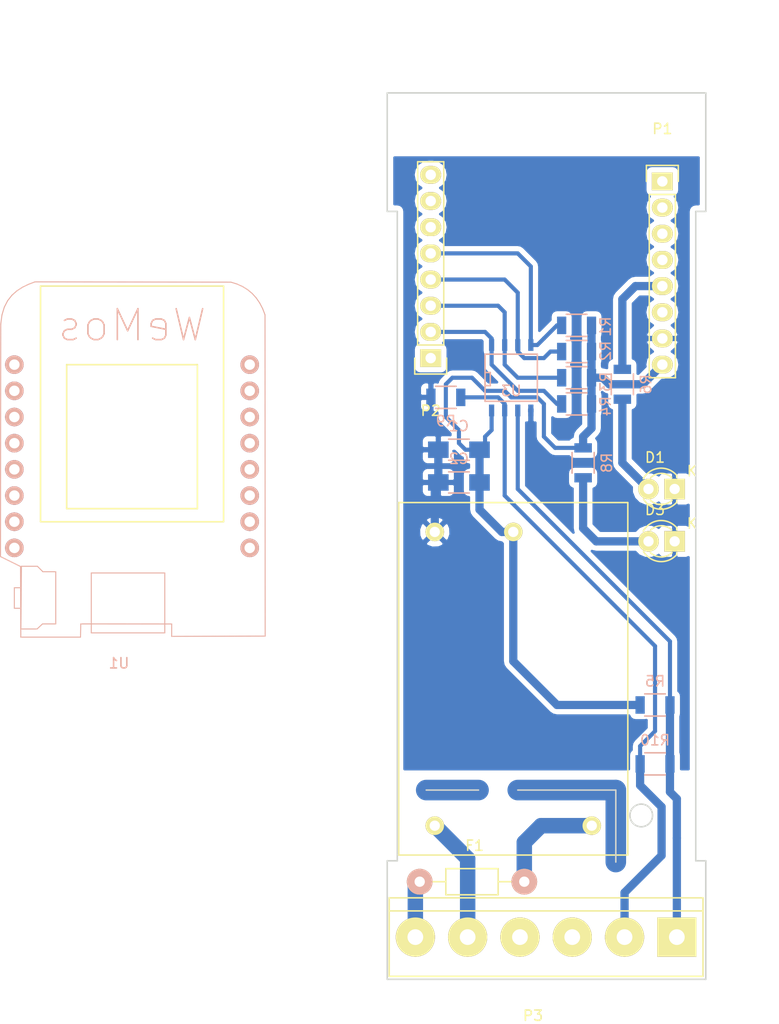
<source format=kicad_pcb>
(kicad_pcb (version 4) (host pcbnew 4.0.2+dfsg1-stable)

  (general
    (links 34)
    (no_connects 0)
    (area 70.793973 35.107 146.685001 134.62)
    (thickness 1.6)
    (drawings 18)
    (tracks 109)
    (zones 0)
    (modules 20)
    (nets 45)
  )

  (page A4)
  (title_block
    (title "Medidor de pulsos")
    (date 2018-02-14)
    (rev 1)
  )

  (layers
    (0 F.Cu signal)
    (31 B.Cu signal)
    (32 B.Adhes user)
    (33 F.Adhes user)
    (34 B.Paste user)
    (35 F.Paste user)
    (36 B.SilkS user)
    (37 F.SilkS user)
    (38 B.Mask user)
    (39 F.Mask user)
    (40 Dwgs.User user)
    (41 Cmts.User user)
    (42 Eco1.User user)
    (43 Eco2.User user)
    (44 Edge.Cuts user)
    (45 Margin user)
    (46 B.CrtYd user)
    (47 F.CrtYd user)
    (48 B.Fab user)
    (49 F.Fab user)
  )

  (setup
    (last_trace_width 2)
    (user_trace_width 0.1)
    (user_trace_width 0.2)
    (user_trace_width 0.3)
    (user_trace_width 0.4)
    (user_trace_width 0.5)
    (user_trace_width 1)
    (user_trace_width 1.5)
    (user_trace_width 2)
    (trace_clearance 0.2)
    (zone_clearance 0.508)
    (zone_45_only yes)
    (trace_min 0.1)
    (segment_width 0.2)
    (edge_width 0.15)
    (via_size 1.2)
    (via_drill 0.8)
    (via_min_size 1.2)
    (via_min_drill 0.8)
    (user_via 1.2 0.8)
    (uvia_size 1.2)
    (uvia_drill 0.8)
    (uvias_allowed no)
    (uvia_min_size 0.2)
    (uvia_min_drill 0.1)
    (pcb_text_width 0.3)
    (pcb_text_size 1.5 1.5)
    (mod_edge_width 0.15)
    (mod_text_size 1 1)
    (mod_text_width 0.15)
    (pad_size 1.99898 1.99898)
    (pad_drill 0.8001)
    (pad_to_mask_clearance 0.2)
    (aux_axis_origin 0 0)
    (grid_origin 67.31 121.92)
    (visible_elements FFFFFFFF)
    (pcbplotparams
      (layerselection 0x01000_80000001)
      (usegerberextensions false)
      (excludeedgelayer true)
      (linewidth 0.100000)
      (plotframeref false)
      (viasonmask false)
      (mode 1)
      (useauxorigin false)
      (hpglpennumber 1)
      (hpglpenspeed 20)
      (hpglpendiameter 15)
      (hpglpenoverlay 2)
      (psnegative false)
      (psa4output false)
      (plotreference true)
      (plotvalue true)
      (plotinvisibletext false)
      (padsonsilk false)
      (subtractmaskfromsilk false)
      (outputformat 1)
      (mirror false)
      (drillshape 0)
      (scaleselection 1)
      (outputdirectory ../))
  )

  (net 0 "")
  (net 1 GND)
  (net 2 /5.0V)
  (net 3 "Net-(U1-Pad8)")
  (net 4 "Net-(U1-Pad7)")
  (net 5 "Net-(U1-Pad6)")
  (net 6 "Net-(U1-Pad5)")
  (net 7 /L1)
  (net 8 "Net-(U1-Pad16)")
  (net 9 "Net-(U1-Pad11)")
  (net 10 "Net-(U1-Pad10)")
  (net 11 "Net-(U1-Pad9)")
  (net 12 "Net-(F1-Pad2)")
  (net 13 "Net-(P1-Pad6)")
  (net 14 "Net-(P2-Pad1)")
  (net 15 "Net-(P2-Pad2)")
  (net 16 "Net-(P2-Pad3)")
  (net 17 "Net-(P2-Pad4)")
  (net 18 "Net-(P2-Pad5)")
  (net 19 "Net-(P2-Pad6)")
  (net 20 "Net-(P2-Pad7)")
  (net 21 "Net-(P2-Pad8)")
  (net 22 "Net-(U1-Pad4)")
  (net 23 "Net-(U1-Pad3)")
  (net 24 "Net-(U1-Pad2)")
  (net 25 "Net-(U1-Pad1)")
  (net 26 "Net-(U1-Pad15)")
  (net 27 "Net-(U1-Pad14)")
  (net 28 "Net-(U1-Pad13)")
  (net 29 "Net-(U1-Pad12)")
  (net 30 "Net-(P1-Pad1)")
  (net 31 "Net-(P1-Pad2)")
  (net 32 "Net-(P1-Pad3)")
  (net 33 "Net-(P1-Pad4)")
  (net 34 "Net-(D1-Pad2)")
  (net 35 "Net-(D3-Pad2)")
  (net 36 "Net-(P3-Pad2)")
  (net 37 "Net-(P3-Pad3)")
  (net 38 "Net-(P3-Pad1)")
  (net 39 "Net-(P3-Pad4)")
  (net 40 N_IN)
  (net 41 L_IN)
  (net 42 "Net-(R6-Pad1)")
  (net 43 "Net-(R8-Pad1)")
  (net 44 "Net-(U2-Pad1)")

  (net_class Default "This is the default net class."
    (clearance 0.2)
    (trace_width 0.8)
    (via_dia 1.2)
    (via_drill 0.8)
    (uvia_dia 1.2)
    (uvia_drill 0.8)
    (add_net /5.0V)
    (add_net /L1)
    (add_net GND)
    (add_net L_IN)
    (add_net N_IN)
    (add_net "Net-(D1-Pad2)")
    (add_net "Net-(D3-Pad2)")
    (add_net "Net-(F1-Pad2)")
    (add_net "Net-(P1-Pad1)")
    (add_net "Net-(P1-Pad2)")
    (add_net "Net-(P1-Pad3)")
    (add_net "Net-(P1-Pad4)")
    (add_net "Net-(P1-Pad6)")
    (add_net "Net-(P2-Pad1)")
    (add_net "Net-(P2-Pad2)")
    (add_net "Net-(P2-Pad3)")
    (add_net "Net-(P2-Pad4)")
    (add_net "Net-(P2-Pad5)")
    (add_net "Net-(P2-Pad6)")
    (add_net "Net-(P2-Pad7)")
    (add_net "Net-(P2-Pad8)")
    (add_net "Net-(P3-Pad1)")
    (add_net "Net-(P3-Pad2)")
    (add_net "Net-(P3-Pad3)")
    (add_net "Net-(P3-Pad4)")
    (add_net "Net-(R6-Pad1)")
    (add_net "Net-(R8-Pad1)")
    (add_net "Net-(U1-Pad1)")
    (add_net "Net-(U1-Pad10)")
    (add_net "Net-(U1-Pad11)")
    (add_net "Net-(U1-Pad12)")
    (add_net "Net-(U1-Pad13)")
    (add_net "Net-(U1-Pad14)")
    (add_net "Net-(U1-Pad15)")
    (add_net "Net-(U1-Pad16)")
    (add_net "Net-(U1-Pad2)")
    (add_net "Net-(U1-Pad3)")
    (add_net "Net-(U1-Pad4)")
    (add_net "Net-(U1-Pad5)")
    (add_net "Net-(U1-Pad6)")
    (add_net "Net-(U1-Pad7)")
    (add_net "Net-(U1-Pad8)")
    (add_net "Net-(U1-Pad9)")
    (add_net "Net-(U2-Pad1)")
  )

  (net_class smd ""
    (clearance 0.2)
    (trace_width 0.4)
    (via_dia 1.2)
    (via_drill 0.8)
    (uvia_dia 1.2)
    (uvia_drill 0.8)
  )

  (module ac-dc_VTX:vigortronix (layer F.Cu) (tedit 5ACDD9D9) (tstamp 5AC36F93)
    (at 120.85 100.965 90)
    (path /5ABE7122)
    (fp_text reference U2 (at 40.64 -6.985 90) (layer F.SilkS) hide
      (effects (font (size 2 2) (thickness 0.15)))
    )
    (fp_text value ACDC-5V (at 38.1 10.16 90) (layer F.Fab)
      (effects (font (size 2 2) (thickness 0.15)))
    )
    (fp_line (start -17.1 -11.125) (end 17.1 -11.125) (layer F.SilkS) (width 0.15))
    (fp_line (start 17.1 -11.125) (end 17.1 11.125) (layer F.SilkS) (width 0.15))
    (fp_line (start -17.1 11.125) (end 17.1 11.125) (layer F.SilkS) (width 0.15))
    (fp_line (start -17.1 -11.125) (end -17.1 11.125) (layer F.SilkS) (width 0.15))
    (pad 1 thru_hole circle (at -14.25 7.625 90) (size 1.8 1.8) (drill 1) (layers *.Cu *.Mask F.SilkS)
      (net 44 "Net-(U2-Pad1)"))
    (pad 2 thru_hole circle (at -14.25 -7.625 90) (size 1.8 1.8) (drill 1) (layers *.Cu *.Mask F.SilkS)
      (net 41 L_IN))
    (pad 3 thru_hole circle (at 14.25 -7.625 90) (size 1.8 1.8) (drill 1) (layers *.Cu *.Mask F.SilkS)
      (net 1 GND))
    (pad 4 thru_hole circle (at 14.25 0 90) (size 1.8 1.8) (drill 1) (layers *.Cu *.Mask F.SilkS)
      (net 2 /5.0V))
  )

  (module wemos_d1_mini:D1_mini_board (layer B.Cu) (tedit 5AC2338A) (tstamp 5ABE75E9)
    (at 83.82 80.645 180)
    (path /5ABA378E)
    (fp_text reference U1 (at 1.27 -18.81 180) (layer B.SilkS)
      (effects (font (size 1 1) (thickness 0.15)) (justify mirror))
    )
    (fp_text value WeMos_mini (at 1.27 19.05 180) (layer B.Fab)
      (effects (font (size 1 1) (thickness 0.15)) (justify mirror))
    )
    (fp_text user WeMos (at 0 13.97 180) (layer B.SilkS)
      (effects (font (size 3 3) (thickness 0.15)) (justify mirror))
    )
    (fp_line (start -6.35 -3.81) (end -6.35 10.16) (layer F.SilkS) (width 0.15))
    (fp_line (start -6.35 10.16) (end 6.35 10.16) (layer F.SilkS) (width 0.15))
    (fp_line (start 6.35 10.16) (end 6.35 -3.81) (layer F.SilkS) (width 0.15))
    (fp_line (start 6.35 -3.81) (end -6.35 -3.81) (layer F.SilkS) (width 0.15))
    (fp_line (start -8.89 -5.08) (end 8.89 -5.08) (layer F.SilkS) (width 0.15))
    (fp_line (start 8.89 -5.08) (end 8.89 17.78) (layer F.SilkS) (width 0.15))
    (fp_line (start 8.89 17.78) (end -8.89 17.78) (layer F.SilkS) (width 0.15))
    (fp_line (start -8.89 17.78) (end -8.89 -5.08) (layer F.SilkS) (width 0.15))
    (fp_line (start 10.817472 -16.277228) (end 5.00618 -16.277228) (layer B.SilkS) (width 0.1))
    (fp_line (start 5.00618 -16.277228) (end 4.979849 -14.993795) (layer B.SilkS) (width 0.1))
    (fp_line (start 4.979849 -14.993795) (end -3.851373 -15.000483) (layer B.SilkS) (width 0.1))
    (fp_line (start -3.851373 -15.000483) (end -3.849397 -16.202736) (layer B.SilkS) (width 0.1))
    (fp_line (start -3.849397 -16.202736) (end -12.930193 -16.176658) (layer B.SilkS) (width 0.1))
    (fp_line (start -12.930193 -16.176658) (end -12.916195 14.993493) (layer B.SilkS) (width 0.1))
    (fp_line (start -12.916195 14.993493) (end -12.683384 15.596286) (layer B.SilkS) (width 0.1))
    (fp_line (start -12.683384 15.596286) (end -12.399901 16.141167) (layer B.SilkS) (width 0.1))
    (fp_line (start -12.399901 16.141167) (end -12.065253 16.627577) (layer B.SilkS) (width 0.1))
    (fp_line (start -12.065253 16.627577) (end -11.678953 17.054952) (layer B.SilkS) (width 0.1))
    (fp_line (start -11.678953 17.054952) (end -11.240512 17.422741) (layer B.SilkS) (width 0.1))
    (fp_line (start -11.240512 17.422741) (end -10.74944 17.730377) (layer B.SilkS) (width 0.1))
    (fp_line (start -10.74944 17.730377) (end -10.20525 17.97731) (layer B.SilkS) (width 0.1))
    (fp_line (start -10.20525 17.97731) (end -9.607453 18.162976) (layer B.SilkS) (width 0.1))
    (fp_line (start -9.607453 18.162976) (end 9.43046 18.191734) (layer B.SilkS) (width 0.1))
    (fp_line (start 9.43046 18.191734) (end 10.049824 17.957741) (layer B.SilkS) (width 0.1))
    (fp_line (start 10.049824 17.957741) (end 10.638018 17.673258) (layer B.SilkS) (width 0.1))
    (fp_line (start 10.638018 17.673258) (end 11.181445 17.323743) (layer B.SilkS) (width 0.1))
    (fp_line (start 11.181445 17.323743) (end 11.666503 16.894658) (layer B.SilkS) (width 0.1))
    (fp_line (start 11.666503 16.894658) (end 12.079595 16.37146) (layer B.SilkS) (width 0.1))
    (fp_line (start 12.079595 16.37146) (end 12.407122 15.739613) (layer B.SilkS) (width 0.1))
    (fp_line (start 12.407122 15.739613) (end 12.635482 14.984575) (layer B.SilkS) (width 0.1))
    (fp_line (start 12.635482 14.984575) (end 12.751078 14.091807) (layer B.SilkS) (width 0.1))
    (fp_line (start 12.751078 14.091807) (end 12.776026 -8.463285) (layer B.SilkS) (width 0.1))
    (fp_line (start 12.776026 -8.463285) (end 10.83248 -9.424181) (layer B.SilkS) (width 0.1))
    (fp_line (start 10.83248 -9.424181) (end 10.802686 -16.232524) (layer B.SilkS) (width 0.1))
    (fp_line (start -3.17965 -10.051451) (end 3.959931 -10.051451) (layer B.SilkS) (width 0.1))
    (fp_line (start 3.959931 -10.051451) (end 3.959931 -15.865188) (layer B.SilkS) (width 0.1))
    (fp_line (start 3.959931 -15.865188) (end -3.17965 -15.865188) (layer B.SilkS) (width 0.1))
    (fp_line (start -3.17965 -15.865188) (end -3.17965 -10.051451) (layer B.SilkS) (width 0.1))
    (fp_line (start 10.7436 -9.402349) (end 9.191378 -9.402349) (layer B.SilkS) (width 0.1))
    (fp_line (start 9.191378 -9.402349) (end 8.662211 -9.931515) (layer B.SilkS) (width 0.1))
    (fp_line (start 8.662211 -9.931515) (end 7.40985 -9.931515) (layer B.SilkS) (width 0.1))
    (fp_line (start 7.40985 -9.931515) (end 7.40985 -14.993876) (layer B.SilkS) (width 0.1))
    (fp_line (start 7.40985 -14.993876) (end 8.697489 -14.993876) (layer B.SilkS) (width 0.1))
    (fp_line (start 8.697489 -14.993876) (end 9.226656 -15.487765) (layer B.SilkS) (width 0.1))
    (fp_line (start 9.226656 -15.487765) (end 10.796517 -15.487765) (layer B.SilkS) (width 0.1))
    (fp_line (start 10.796517 -15.487765) (end 10.7436 -9.402349) (layer B.SilkS) (width 0.1))
    (fp_line (start 10.778878 -11.483738) (end 11.431517 -11.483738) (layer B.SilkS) (width 0.1))
    (fp_line (start 11.431517 -11.483738) (end 11.431517 -13.476932) (layer B.SilkS) (width 0.1))
    (fp_line (start 11.431517 -13.476932) (end 10.814156 -13.476932) (layer B.SilkS) (width 0.1))
    (pad 8 thru_hole circle (at -11.43 10.16 180) (size 1.8 1.8) (drill 1.016) (layers *.Cu *.Mask B.SilkS)
      (net 3 "Net-(U1-Pad8)"))
    (pad 7 thru_hole circle (at -11.43 7.62 180) (size 1.8 1.8) (drill 1.016) (layers *.Cu *.Mask B.SilkS)
      (net 4 "Net-(U1-Pad7)"))
    (pad 6 thru_hole circle (at -11.43 5.08 180) (size 1.8 1.8) (drill 1.016) (layers *.Cu *.Mask B.SilkS)
      (net 5 "Net-(U1-Pad6)"))
    (pad 5 thru_hole circle (at -11.43 2.54 180) (size 1.8 1.8) (drill 1.016) (layers *.Cu *.Mask B.SilkS)
      (net 6 "Net-(U1-Pad5)"))
    (pad 4 thru_hole circle (at -11.43 0 180) (size 1.8 1.8) (drill 1.016) (layers *.Cu *.Mask B.SilkS)
      (net 22 "Net-(U1-Pad4)"))
    (pad 3 thru_hole circle (at -11.43 -2.54 180) (size 1.8 1.8) (drill 1.016) (layers *.Cu *.Mask B.SilkS)
      (net 23 "Net-(U1-Pad3)"))
    (pad 2 thru_hole circle (at -11.43 -5.08 180) (size 1.8 1.8) (drill 1.016) (layers *.Cu *.Mask B.SilkS)
      (net 24 "Net-(U1-Pad2)"))
    (pad 1 thru_hole circle (at -11.43 -7.62 180) (size 1.8 1.8) (drill 1.016) (layers *.Cu *.Mask B.SilkS)
      (net 25 "Net-(U1-Pad1)"))
    (pad 16 thru_hole circle (at 11.43 -7.62 180) (size 1.8 1.8) (drill 1.016) (layers *.Cu *.Mask B.SilkS)
      (net 8 "Net-(U1-Pad16)"))
    (pad 15 thru_hole circle (at 11.43 -5.08 180) (size 1.8 1.8) (drill 1.016) (layers *.Cu *.Mask B.SilkS)
      (net 26 "Net-(U1-Pad15)"))
    (pad 14 thru_hole circle (at 11.43 -2.54 180) (size 1.8 1.8) (drill 1.016) (layers *.Cu *.Mask B.SilkS)
      (net 27 "Net-(U1-Pad14)"))
    (pad 13 thru_hole circle (at 11.43 0 180) (size 1.8 1.8) (drill 1.016) (layers *.Cu *.Mask B.SilkS)
      (net 28 "Net-(U1-Pad13)"))
    (pad 12 thru_hole circle (at 11.43 2.54 180) (size 1.8 1.8) (drill 1.016) (layers *.Cu *.Mask B.SilkS)
      (net 29 "Net-(U1-Pad12)"))
    (pad 11 thru_hole circle (at 11.43 5.08 180) (size 1.8 1.8) (drill 1.016) (layers *.Cu *.Mask B.SilkS)
      (net 9 "Net-(U1-Pad11)"))
    (pad 10 thru_hole circle (at 11.43 7.62 180) (size 1.8 1.8) (drill 1.016) (layers *.Cu *.Mask B.SilkS)
      (net 10 "Net-(U1-Pad10)"))
    (pad 9 thru_hole circle (at 11.43 10.16 180) (size 1.8 1.8) (drill 1.016) (layers *.Cu *.Mask B.SilkS)
      (net 11 "Net-(U1-Pad9)"))
  )

  (module LEDs:LED-3MM (layer F.Cu) (tedit 559B82F6) (tstamp 5AC23270)
    (at 136.525 82.55 180)
    (descr "LED 3mm round vertical")
    (tags "LED  3mm round vertical")
    (path /5A83FD4B)
    (fp_text reference D1 (at 1.91 3.06 180) (layer F.SilkS)
      (effects (font (size 1 1) (thickness 0.15)))
    )
    (fp_text value LED (at 1.3 -2.9 180) (layer F.Fab)
      (effects (font (size 1 1) (thickness 0.15)))
    )
    (fp_line (start -1.2 2.3) (end 3.8 2.3) (layer F.CrtYd) (width 0.05))
    (fp_line (start 3.8 2.3) (end 3.8 -2.2) (layer F.CrtYd) (width 0.05))
    (fp_line (start 3.8 -2.2) (end -1.2 -2.2) (layer F.CrtYd) (width 0.05))
    (fp_line (start -1.2 -2.2) (end -1.2 2.3) (layer F.CrtYd) (width 0.05))
    (fp_line (start -0.199 1.314) (end -0.199 1.114) (layer F.SilkS) (width 0.15))
    (fp_line (start -0.199 -1.28) (end -0.199 -1.1) (layer F.SilkS) (width 0.15))
    (fp_arc (start 1.301 0.034) (end -0.199 -1.286) (angle 108.5) (layer F.SilkS) (width 0.15))
    (fp_arc (start 1.301 0.034) (end 0.25 -1.1) (angle 85.7) (layer F.SilkS) (width 0.15))
    (fp_arc (start 1.311 0.034) (end 3.051 0.994) (angle 110) (layer F.SilkS) (width 0.15))
    (fp_arc (start 1.301 0.034) (end 2.335 1.094) (angle 87.5) (layer F.SilkS) (width 0.15))
    (fp_text user K (at -1.69 1.74 180) (layer F.SilkS)
      (effects (font (size 1 1) (thickness 0.15)))
    )
    (pad 1 thru_hole rect (at 0 0 270) (size 2 2) (drill 1.00076) (layers *.Cu *.Mask F.SilkS)
      (net 1 GND))
    (pad 2 thru_hole circle (at 2.54 0 180) (size 2 2) (drill 1.00076) (layers *.Cu *.Mask F.SilkS)
      (net 34 "Net-(D1-Pad2)"))
    (model LEDs.3dshapes/LED-3MM.wrl
      (at (xyz 0.05 0 0))
      (scale (xyz 1 1 1))
      (rotate (xyz 0 0 90))
    )
  )

  (module LEDs:LED-3MM (layer F.Cu) (tedit 559B82F6) (tstamp 5AC2327C)
    (at 136.525 87.63 180)
    (descr "LED 3mm round vertical")
    (tags "LED  3mm round vertical")
    (path /5A83FF0F)
    (fp_text reference D3 (at 1.91 3.06 180) (layer F.SilkS)
      (effects (font (size 1 1) (thickness 0.15)))
    )
    (fp_text value LED (at 1.3 -2.9 180) (layer F.Fab)
      (effects (font (size 1 1) (thickness 0.15)))
    )
    (fp_line (start -1.2 2.3) (end 3.8 2.3) (layer F.CrtYd) (width 0.05))
    (fp_line (start 3.8 2.3) (end 3.8 -2.2) (layer F.CrtYd) (width 0.05))
    (fp_line (start 3.8 -2.2) (end -1.2 -2.2) (layer F.CrtYd) (width 0.05))
    (fp_line (start -1.2 -2.2) (end -1.2 2.3) (layer F.CrtYd) (width 0.05))
    (fp_line (start -0.199 1.314) (end -0.199 1.114) (layer F.SilkS) (width 0.15))
    (fp_line (start -0.199 -1.28) (end -0.199 -1.1) (layer F.SilkS) (width 0.15))
    (fp_arc (start 1.301 0.034) (end -0.199 -1.286) (angle 108.5) (layer F.SilkS) (width 0.15))
    (fp_arc (start 1.301 0.034) (end 0.25 -1.1) (angle 85.7) (layer F.SilkS) (width 0.15))
    (fp_arc (start 1.311 0.034) (end 3.051 0.994) (angle 110) (layer F.SilkS) (width 0.15))
    (fp_arc (start 1.301 0.034) (end 2.335 1.094) (angle 87.5) (layer F.SilkS) (width 0.15))
    (fp_text user K (at -1.69 1.74 180) (layer F.SilkS)
      (effects (font (size 1 1) (thickness 0.15)))
    )
    (pad 1 thru_hole rect (at 0 0 270) (size 2 2) (drill 1.00076) (layers *.Cu *.Mask F.SilkS)
      (net 1 GND))
    (pad 2 thru_hole circle (at 2.54 0 180) (size 2 2) (drill 1.00076) (layers *.Cu *.Mask F.SilkS)
      (net 35 "Net-(D3-Pad2)"))
    (model LEDs.3dshapes/LED-3MM.wrl
      (at (xyz 0.05 0 0))
      (scale (xyz 1 1 1))
      (rotate (xyz 0 0 90))
    )
  )

  (module fuse:Fuse_Horizontal_RM10mm (layer F.Cu) (tedit 5AC21952) (tstamp 5AC23282)
    (at 111.76 120.65)
    (descr "Resistor, Axial,  RM 10mm, 1/3W")
    (tags "Resistor Axial RM 10mm 1/3W")
    (path /5ABE73F8)
    (fp_text reference F1 (at 5.32892 -3.50012) (layer F.SilkS)
      (effects (font (size 1 1) (thickness 0.15)))
    )
    (fp_text value Fuse (at 5.08 3.81) (layer F.Fab)
      (effects (font (size 1 1) (thickness 0.15)))
    )
    (fp_line (start -1.25 -1.5) (end 11.4 -1.5) (layer F.CrtYd) (width 0.05))
    (fp_line (start -1.25 1.5) (end -1.25 -1.5) (layer F.CrtYd) (width 0.05))
    (fp_line (start 11.4 -1.5) (end 11.4 1.5) (layer F.CrtYd) (width 0.05))
    (fp_line (start -1.25 1.5) (end 11.4 1.5) (layer F.CrtYd) (width 0.05))
    (fp_line (start 2.54 -1.27) (end 7.62 -1.27) (layer F.SilkS) (width 0.15))
    (fp_line (start 7.62 -1.27) (end 7.62 1.27) (layer F.SilkS) (width 0.15))
    (fp_line (start 7.62 1.27) (end 2.54 1.27) (layer F.SilkS) (width 0.15))
    (fp_line (start 2.54 1.27) (end 2.54 -1.27) (layer F.SilkS) (width 0.15))
    (fp_line (start 2.54 0) (end 1.27 0) (layer F.SilkS) (width 0.15))
    (fp_line (start 7.62 0) (end 8.89 0) (layer F.SilkS) (width 0.15))
    (pad 1 thru_hole circle (at 0 0) (size 2.5 2.5) (drill 1.00076) (layers *.Cu *.SilkS *.Mask)
      (net 40 N_IN))
    (pad 2 thru_hole circle (at 10.16 0) (size 2.5 2.5) (drill 1.00076) (layers *.Cu *.SilkS *.Mask)
      (net 12 "Net-(F1-Pad2)"))
    (model Resistors_ThroughHole.3dshapes/Resistor_Horizontal_RM10mm.wrl
      (at (xyz 0 0 0))
      (scale (xyz 0.4 0.4 0.4))
      (rotate (xyz 0 0 0))
    )
  )

  (module SMD_Packages:SOIC-8-N (layer B.Cu) (tedit 0) (tstamp 5AC232A0)
    (at 120.65 71.755)
    (descr "Module Narrow CMS SOJ 8 pins large")
    (tags "CMS SOJ")
    (path /5ABDFE8E)
    (attr smd)
    (fp_text reference U3 (at 0 1.27) (layer B.SilkS)
      (effects (font (size 1 1) (thickness 0.15)) (justify mirror))
    )
    (fp_text value MAX_485 (at 0 -1.27) (layer B.Fab)
      (effects (font (size 1 1) (thickness 0.15)) (justify mirror))
    )
    (fp_line (start -2.54 2.286) (end 2.54 2.286) (layer B.SilkS) (width 0.15))
    (fp_line (start 2.54 2.286) (end 2.54 -2.286) (layer B.SilkS) (width 0.15))
    (fp_line (start 2.54 -2.286) (end -2.54 -2.286) (layer B.SilkS) (width 0.15))
    (fp_line (start -2.54 -2.286) (end -2.54 2.286) (layer B.SilkS) (width 0.15))
    (fp_line (start -2.54 0.762) (end -2.032 0.762) (layer B.SilkS) (width 0.15))
    (fp_line (start -2.032 0.762) (end -2.032 -0.508) (layer B.SilkS) (width 0.15))
    (fp_line (start -2.032 -0.508) (end -2.54 -0.508) (layer B.SilkS) (width 0.15))
    (pad 8 smd rect (at -1.905 3.175) (size 0.508 1.143) (layers B.Cu B.Paste B.Mask)
      (net 2 /5.0V))
    (pad 7 smd rect (at -0.635 3.175) (size 0.508 1.143) (layers B.Cu B.Paste B.Mask)
      (net 36 "Net-(P3-Pad2)"))
    (pad 6 smd rect (at 0.635 3.175) (size 0.508 1.143) (layers B.Cu B.Paste B.Mask)
      (net 38 "Net-(P3-Pad1)"))
    (pad 5 smd rect (at 1.905 3.175) (size 0.508 1.143) (layers B.Cu B.Paste B.Mask)
      (net 1 GND))
    (pad 4 smd rect (at 1.905 -3.175) (size 0.508 1.143) (layers B.Cu B.Paste B.Mask)
      (net 18 "Net-(P2-Pad5)"))
    (pad 3 smd rect (at 0.635 -3.175) (size 0.508 1.143) (layers B.Cu B.Paste B.Mask)
      (net 17 "Net-(P2-Pad4)"))
    (pad 2 smd rect (at -0.635 -3.175) (size 0.508 1.143) (layers B.Cu B.Paste B.Mask)
      (net 16 "Net-(P2-Pad3)"))
    (pad 1 smd rect (at -1.905 -3.175) (size 0.508 1.143) (layers B.Cu B.Paste B.Mask)
      (net 15 "Net-(P2-Pad2)"))
    (model SMD_Packages.3dshapes/SOIC-8-N.wrl
      (at (xyz 0 0 0))
      (scale (xyz 0.5 0.38 0.5))
      (rotate (xyz 0 0 0))
    )
  )

  (module Capacitors_SMD:C_1206_HandSoldering (layer B.Cu) (tedit 541A9C03) (tstamp 5AC2588F)
    (at 115.57 81.915 180)
    (descr "Capacitor SMD 1206, hand soldering")
    (tags "capacitor 1206")
    (path /5ABE37FF)
    (attr smd)
    (fp_text reference C2 (at 0 2.3 180) (layer B.SilkS)
      (effects (font (size 1 1) (thickness 0.15)) (justify mirror))
    )
    (fp_text value 10uF (at 0 -2.3 180) (layer B.Fab)
      (effects (font (size 1 1) (thickness 0.15)) (justify mirror))
    )
    (fp_line (start -3.3 1.15) (end 3.3 1.15) (layer B.CrtYd) (width 0.05))
    (fp_line (start -3.3 -1.15) (end 3.3 -1.15) (layer B.CrtYd) (width 0.05))
    (fp_line (start -3.3 1.15) (end -3.3 -1.15) (layer B.CrtYd) (width 0.05))
    (fp_line (start 3.3 1.15) (end 3.3 -1.15) (layer B.CrtYd) (width 0.05))
    (fp_line (start 1 1.025) (end -1 1.025) (layer B.SilkS) (width 0.15))
    (fp_line (start -1 -1.025) (end 1 -1.025) (layer B.SilkS) (width 0.15))
    (pad 1 smd rect (at -2 0 180) (size 2 1.6) (layers B.Cu B.Paste B.Mask)
      (net 2 /5.0V))
    (pad 2 smd rect (at 2 0 180) (size 2 1.6) (layers B.Cu B.Paste B.Mask)
      (net 1 GND))
    (model Capacitors_SMD.3dshapes/C_1206_HandSoldering.wrl
      (at (xyz 0 0 0))
      (scale (xyz 1 1 1))
      (rotate (xyz 0 0 0))
    )
  )

  (module Resistors_SMD:R_1206 (layer B.Cu) (tedit 5ACDD365) (tstamp 5AC25895)
    (at 127 66.675)
    (descr "Resistor SMD 1206, reflow soldering, Vishay (see dcrcw.pdf)")
    (tags "resistor 1206")
    (path /5ABD07EE)
    (attr smd)
    (fp_text reference R1 (at 2.815 0.115 270) (layer B.SilkS)
      (effects (font (size 1 1) (thickness 0.15)) (justify mirror))
    )
    (fp_text value 10K (at 0 -2.54) (layer B.Fab)
      (effects (font (size 1 1) (thickness 0.15)) (justify mirror))
    )
    (fp_line (start -2.2 1.2) (end 2.2 1.2) (layer B.CrtYd) (width 0.05))
    (fp_line (start -2.2 -1.2) (end 2.2 -1.2) (layer B.CrtYd) (width 0.05))
    (fp_line (start -2.2 1.2) (end -2.2 -1.2) (layer B.CrtYd) (width 0.05))
    (fp_line (start 2.2 1.2) (end 2.2 -1.2) (layer B.CrtYd) (width 0.05))
    (fp_line (start 1 -1.075) (end -1 -1.075) (layer B.SilkS) (width 0.15))
    (fp_line (start -1 1.075) (end 1 1.075) (layer B.SilkS) (width 0.15))
    (pad 1 smd rect (at -1.45 0) (size 0.9 1.7) (layers B.Cu B.Paste B.Mask)
      (net 18 "Net-(P2-Pad5)"))
    (pad 2 smd rect (at 1.45 0) (size 0.9 1.7) (layers B.Cu B.Paste B.Mask)
      (net 2 /5.0V))
    (model Resistors_SMD.3dshapes/R_1206.wrl
      (at (xyz 0 0 0))
      (scale (xyz 1 1 1))
      (rotate (xyz 0 0 0))
    )
  )

  (module Resistors_SMD:R_1206 (layer B.Cu) (tedit 5ACDD36B) (tstamp 5AC2589B)
    (at 127 69.215)
    (descr "Resistor SMD 1206, reflow soldering, Vishay (see dcrcw.pdf)")
    (tags "resistor 1206")
    (path /5ABD0F0D)
    (attr smd)
    (fp_text reference R2 (at 2.815 -0.06 270) (layer B.SilkS)
      (effects (font (size 1 1) (thickness 0.15)) (justify mirror))
    )
    (fp_text value 10K (at 0 -2.54) (layer B.Fab)
      (effects (font (size 1 1) (thickness 0.15)) (justify mirror))
    )
    (fp_line (start -2.2 1.2) (end 2.2 1.2) (layer B.CrtYd) (width 0.05))
    (fp_line (start -2.2 -1.2) (end 2.2 -1.2) (layer B.CrtYd) (width 0.05))
    (fp_line (start -2.2 1.2) (end -2.2 -1.2) (layer B.CrtYd) (width 0.05))
    (fp_line (start 2.2 1.2) (end 2.2 -1.2) (layer B.CrtYd) (width 0.05))
    (fp_line (start 1 -1.075) (end -1 -1.075) (layer B.SilkS) (width 0.15))
    (fp_line (start -1 1.075) (end 1 1.075) (layer B.SilkS) (width 0.15))
    (pad 1 smd rect (at -1.45 0) (size 0.9 1.7) (layers B.Cu B.Paste B.Mask)
      (net 17 "Net-(P2-Pad4)"))
    (pad 2 smd rect (at 1.45 0) (size 0.9 1.7) (layers B.Cu B.Paste B.Mask)
      (net 2 /5.0V))
    (model Resistors_SMD.3dshapes/R_1206.wrl
      (at (xyz 0 0 0))
      (scale (xyz 1 1 1))
      (rotate (xyz 0 0 0))
    )
  )

  (module Resistors_SMD:R_1206 (layer B.Cu) (tedit 5ACDD377) (tstamp 5AC258A1)
    (at 127 71.755)
    (descr "Resistor SMD 1206, reflow soldering, Vishay (see dcrcw.pdf)")
    (tags "resistor 1206")
    (path /5ABD219B)
    (attr smd)
    (fp_text reference R3 (at 2.815 0.4 270) (layer B.SilkS)
      (effects (font (size 1 1) (thickness 0.15)) (justify mirror))
    )
    (fp_text value 10K (at 1.905 8.89) (layer B.Fab)
      (effects (font (size 1 1) (thickness 0.15)) (justify mirror))
    )
    (fp_line (start -2.2 1.2) (end 2.2 1.2) (layer B.CrtYd) (width 0.05))
    (fp_line (start -2.2 -1.2) (end 2.2 -1.2) (layer B.CrtYd) (width 0.05))
    (fp_line (start -2.2 1.2) (end -2.2 -1.2) (layer B.CrtYd) (width 0.05))
    (fp_line (start 2.2 1.2) (end 2.2 -1.2) (layer B.CrtYd) (width 0.05))
    (fp_line (start 1 -1.075) (end -1 -1.075) (layer B.SilkS) (width 0.15))
    (fp_line (start -1 1.075) (end 1 1.075) (layer B.SilkS) (width 0.15))
    (pad 1 smd rect (at -1.45 0) (size 0.9 1.7) (layers B.Cu B.Paste B.Mask)
      (net 16 "Net-(P2-Pad3)"))
    (pad 2 smd rect (at 1.45 0) (size 0.9 1.7) (layers B.Cu B.Paste B.Mask)
      (net 2 /5.0V))
    (model Resistors_SMD.3dshapes/R_1206.wrl
      (at (xyz 0 0 0))
      (scale (xyz 1 1 1))
      (rotate (xyz 0 0 0))
    )
  )

  (module Resistors_SMD:R_1206 (layer B.Cu) (tedit 5ACC91BD) (tstamp 5AC258A7)
    (at 127 74.295)
    (descr "Resistor SMD 1206, reflow soldering, Vishay (see dcrcw.pdf)")
    (tags "resistor 1206")
    (path /5ABD23B1)
    (attr smd)
    (fp_text reference R4 (at 2.815 0.225 270) (layer B.SilkS)
      (effects (font (size 1 1) (thickness 0.15)) (justify mirror))
    )
    (fp_text value 10K (at 0.275 0.225) (layer B.Fab)
      (effects (font (size 1 1) (thickness 0.15)) (justify mirror))
    )
    (fp_line (start -2.2 1.2) (end 2.2 1.2) (layer B.CrtYd) (width 0.05))
    (fp_line (start -2.2 -1.2) (end 2.2 -1.2) (layer B.CrtYd) (width 0.05))
    (fp_line (start -2.2 1.2) (end -2.2 -1.2) (layer B.CrtYd) (width 0.05))
    (fp_line (start 2.2 1.2) (end 2.2 -1.2) (layer B.CrtYd) (width 0.05))
    (fp_line (start 1 -1.075) (end -1 -1.075) (layer B.SilkS) (width 0.15))
    (fp_line (start -1 1.075) (end 1 1.075) (layer B.SilkS) (width 0.15))
    (pad 1 smd rect (at -1.45 0) (size 0.9 1.7) (layers B.Cu B.Paste B.Mask)
      (net 15 "Net-(P2-Pad2)"))
    (pad 2 smd rect (at 1.45 0) (size 0.9 1.7) (layers B.Cu B.Paste B.Mask)
      (net 2 /5.0V))
    (model Resistors_SMD.3dshapes/R_1206.wrl
      (at (xyz 0 0 0))
      (scale (xyz 1 1 1))
      (rotate (xyz 0 0 0))
    )
  )

  (module Resistors_SMD:R_1206 (layer B.Cu) (tedit 5415CFA7) (tstamp 5AC258AD)
    (at 134.62 103.505 180)
    (descr "Resistor SMD 1206, reflow soldering, Vishay (see dcrcw.pdf)")
    (tags "resistor 1206")
    (path /5ABD73E7)
    (attr smd)
    (fp_text reference R5 (at 0 2.3 180) (layer B.SilkS)
      (effects (font (size 1 1) (thickness 0.15)) (justify mirror))
    )
    (fp_text value 20K (at 0 -2.3 180) (layer B.Fab)
      (effects (font (size 1 1) (thickness 0.15)) (justify mirror))
    )
    (fp_line (start -2.2 1.2) (end 2.2 1.2) (layer B.CrtYd) (width 0.05))
    (fp_line (start -2.2 -1.2) (end 2.2 -1.2) (layer B.CrtYd) (width 0.05))
    (fp_line (start -2.2 1.2) (end -2.2 -1.2) (layer B.CrtYd) (width 0.05))
    (fp_line (start 2.2 1.2) (end 2.2 -1.2) (layer B.CrtYd) (width 0.05))
    (fp_line (start 1 -1.075) (end -1 -1.075) (layer B.SilkS) (width 0.15))
    (fp_line (start -1 1.075) (end 1 1.075) (layer B.SilkS) (width 0.15))
    (pad 1 smd rect (at -1.45 0 180) (size 0.9 1.7) (layers B.Cu B.Paste B.Mask)
      (net 38 "Net-(P3-Pad1)"))
    (pad 2 smd rect (at 1.45 0 180) (size 0.9 1.7) (layers B.Cu B.Paste B.Mask)
      (net 2 /5.0V))
    (model Resistors_SMD.3dshapes/R_1206.wrl
      (at (xyz 0 0 0))
      (scale (xyz 1 1 1))
      (rotate (xyz 0 0 0))
    )
  )

  (module Resistors_SMD:R_1206 (layer B.Cu) (tedit 5415CFA7) (tstamp 5AC258B3)
    (at 131.445 72.39 90)
    (descr "Resistor SMD 1206, reflow soldering, Vishay (see dcrcw.pdf)")
    (tags "resistor 1206")
    (path /5A858C9F)
    (attr smd)
    (fp_text reference R6 (at 0 2.3 90) (layer B.SilkS)
      (effects (font (size 1 1) (thickness 0.15)) (justify mirror))
    )
    (fp_text value 220 (at 0 -2.3 90) (layer B.Fab)
      (effects (font (size 1 1) (thickness 0.15)) (justify mirror))
    )
    (fp_line (start -2.2 1.2) (end 2.2 1.2) (layer B.CrtYd) (width 0.05))
    (fp_line (start -2.2 -1.2) (end 2.2 -1.2) (layer B.CrtYd) (width 0.05))
    (fp_line (start -2.2 1.2) (end -2.2 -1.2) (layer B.CrtYd) (width 0.05))
    (fp_line (start 2.2 1.2) (end 2.2 -1.2) (layer B.CrtYd) (width 0.05))
    (fp_line (start 1 -1.075) (end -1 -1.075) (layer B.SilkS) (width 0.15))
    (fp_line (start -1 1.075) (end 1 1.075) (layer B.SilkS) (width 0.15))
    (pad 1 smd rect (at -1.45 0 90) (size 0.9 1.7) (layers B.Cu B.Paste B.Mask)
      (net 42 "Net-(R6-Pad1)"))
    (pad 2 smd rect (at 1.45 0 90) (size 0.9 1.7) (layers B.Cu B.Paste B.Mask)
      (net 7 /L1))
    (model Resistors_SMD.3dshapes/R_1206.wrl
      (at (xyz 0 0 0))
      (scale (xyz 1 1 1))
      (rotate (xyz 0 0 0))
    )
  )

  (module Resistors_SMD:R_1206 (layer B.Cu) (tedit 5415CFA7) (tstamp 5AC258BF)
    (at 127.635 80.01 90)
    (descr "Resistor SMD 1206, reflow soldering, Vishay (see dcrcw.pdf)")
    (tags "resistor 1206")
    (path /5A858B7F)
    (attr smd)
    (fp_text reference R8 (at 0 2.3 90) (layer B.SilkS)
      (effects (font (size 1 1) (thickness 0.15)) (justify mirror))
    )
    (fp_text value 220 (at 0 -2.3 90) (layer B.Fab)
      (effects (font (size 1 1) (thickness 0.15)) (justify mirror))
    )
    (fp_line (start -2.2 1.2) (end 2.2 1.2) (layer B.CrtYd) (width 0.05))
    (fp_line (start -2.2 -1.2) (end 2.2 -1.2) (layer B.CrtYd) (width 0.05))
    (fp_line (start -2.2 1.2) (end -2.2 -1.2) (layer B.CrtYd) (width 0.05))
    (fp_line (start 2.2 1.2) (end 2.2 -1.2) (layer B.CrtYd) (width 0.05))
    (fp_line (start 1 -1.075) (end -1 -1.075) (layer B.SilkS) (width 0.15))
    (fp_line (start -1 1.075) (end 1 1.075) (layer B.SilkS) (width 0.15))
    (pad 1 smd rect (at -1.45 0 90) (size 0.9 1.7) (layers B.Cu B.Paste B.Mask)
      (net 43 "Net-(R8-Pad1)"))
    (pad 2 smd rect (at 1.45 0 90) (size 0.9 1.7) (layers B.Cu B.Paste B.Mask)
      (net 2 /5.0V))
    (model Resistors_SMD.3dshapes/R_1206.wrl
      (at (xyz 0 0 0))
      (scale (xyz 1 1 1))
      (rotate (xyz 0 0 0))
    )
  )

  (module Resistors_SMD:R_1206 (layer B.Cu) (tedit 5415CFA7) (tstamp 5AC258C5)
    (at 114.3 73.66)
    (descr "Resistor SMD 1206, reflow soldering, Vishay (see dcrcw.pdf)")
    (tags "resistor 1206")
    (path /5ABD79B9)
    (attr smd)
    (fp_text reference R9 (at 0 2.3) (layer B.SilkS)
      (effects (font (size 1 1) (thickness 0.15)) (justify mirror))
    )
    (fp_text value 20K (at 0 -2.3) (layer B.Fab)
      (effects (font (size 1 1) (thickness 0.15)) (justify mirror))
    )
    (fp_line (start -2.2 1.2) (end 2.2 1.2) (layer B.CrtYd) (width 0.05))
    (fp_line (start -2.2 -1.2) (end 2.2 -1.2) (layer B.CrtYd) (width 0.05))
    (fp_line (start -2.2 1.2) (end -2.2 -1.2) (layer B.CrtYd) (width 0.05))
    (fp_line (start 2.2 1.2) (end 2.2 -1.2) (layer B.CrtYd) (width 0.05))
    (fp_line (start 1 -1.075) (end -1 -1.075) (layer B.SilkS) (width 0.15))
    (fp_line (start -1 1.075) (end 1 1.075) (layer B.SilkS) (width 0.15))
    (pad 1 smd rect (at -1.45 0) (size 0.9 1.7) (layers B.Cu B.Paste B.Mask)
      (net 1 GND))
    (pad 2 smd rect (at 1.45 0) (size 0.9 1.7) (layers B.Cu B.Paste B.Mask)
      (net 36 "Net-(P3-Pad2)"))
    (model Resistors_SMD.3dshapes/R_1206.wrl
      (at (xyz 0 0 0))
      (scale (xyz 1 1 1))
      (rotate (xyz 0 0 0))
    )
  )

  (module Resistors_SMD:R_1206 (layer B.Cu) (tedit 5415CFA7) (tstamp 5AC258CB)
    (at 134.62 109.22 180)
    (descr "Resistor SMD 1206, reflow soldering, Vishay (see dcrcw.pdf)")
    (tags "resistor 1206")
    (path /5ABDB425)
    (attr smd)
    (fp_text reference R10 (at 0 2.3 180) (layer B.SilkS)
      (effects (font (size 1 1) (thickness 0.15)) (justify mirror))
    )
    (fp_text value 120 (at 0 -2.3 180) (layer B.Fab)
      (effects (font (size 1 1) (thickness 0.15)) (justify mirror))
    )
    (fp_line (start -2.2 1.2) (end 2.2 1.2) (layer B.CrtYd) (width 0.05))
    (fp_line (start -2.2 -1.2) (end 2.2 -1.2) (layer B.CrtYd) (width 0.05))
    (fp_line (start -2.2 1.2) (end -2.2 -1.2) (layer B.CrtYd) (width 0.05))
    (fp_line (start 2.2 1.2) (end 2.2 -1.2) (layer B.CrtYd) (width 0.05))
    (fp_line (start 1 -1.075) (end -1 -1.075) (layer B.SilkS) (width 0.15))
    (fp_line (start -1 1.075) (end 1 1.075) (layer B.SilkS) (width 0.15))
    (pad 1 smd rect (at -1.45 0 180) (size 0.9 1.7) (layers B.Cu B.Paste B.Mask)
      (net 38 "Net-(P3-Pad1)"))
    (pad 2 smd rect (at 1.45 0 180) (size 0.9 1.7) (layers B.Cu B.Paste B.Mask)
      (net 36 "Net-(P3-Pad2)"))
    (model Resistors_SMD.3dshapes/R_1206.wrl
      (at (xyz 0 0 0))
      (scale (xyz 1 1 1))
      (rotate (xyz 0 0 0))
    )
  )

  (module Pin_Headers:Pin_Header_Straight_1x08 (layer F.Cu) (tedit 0) (tstamp 5AC361AD)
    (at 135.329 52.705)
    (descr "Through hole pin header")
    (tags "pin header")
    (path /5AC23D1E)
    (fp_text reference P1 (at 0 -5.1) (layer F.SilkS)
      (effects (font (size 1 1) (thickness 0.15)))
    )
    (fp_text value CONN_VCC (at 0 -3.1) (layer F.Fab)
      (effects (font (size 1 1) (thickness 0.15)))
    )
    (fp_line (start -1.75 -1.75) (end -1.75 19.55) (layer F.CrtYd) (width 0.05))
    (fp_line (start 1.75 -1.75) (end 1.75 19.55) (layer F.CrtYd) (width 0.05))
    (fp_line (start -1.75 -1.75) (end 1.75 -1.75) (layer F.CrtYd) (width 0.05))
    (fp_line (start -1.75 19.55) (end 1.75 19.55) (layer F.CrtYd) (width 0.05))
    (fp_line (start 1.27 1.27) (end 1.27 19.05) (layer F.SilkS) (width 0.15))
    (fp_line (start 1.27 19.05) (end -1.27 19.05) (layer F.SilkS) (width 0.15))
    (fp_line (start -1.27 19.05) (end -1.27 1.27) (layer F.SilkS) (width 0.15))
    (fp_line (start 1.55 -1.55) (end 1.55 0) (layer F.SilkS) (width 0.15))
    (fp_line (start 1.27 1.27) (end -1.27 1.27) (layer F.SilkS) (width 0.15))
    (fp_line (start -1.55 0) (end -1.55 -1.55) (layer F.SilkS) (width 0.15))
    (fp_line (start -1.55 -1.55) (end 1.55 -1.55) (layer F.SilkS) (width 0.15))
    (pad 1 thru_hole rect (at 0 0) (size 2.032 1.7272) (drill 1.016) (layers *.Cu *.Mask F.SilkS)
      (net 30 "Net-(P1-Pad1)"))
    (pad 2 thru_hole oval (at 0 2.54) (size 2.032 1.7272) (drill 1.016) (layers *.Cu *.Mask F.SilkS)
      (net 31 "Net-(P1-Pad2)"))
    (pad 3 thru_hole oval (at 0 5.08) (size 2.032 1.7272) (drill 1.016) (layers *.Cu *.Mask F.SilkS)
      (net 32 "Net-(P1-Pad3)"))
    (pad 4 thru_hole oval (at 0 7.62) (size 2.032 1.7272) (drill 1.016) (layers *.Cu *.Mask F.SilkS)
      (net 33 "Net-(P1-Pad4)"))
    (pad 5 thru_hole oval (at 0 10.16) (size 2.032 1.7272) (drill 1.016) (layers *.Cu *.Mask F.SilkS)
      (net 7 /L1))
    (pad 6 thru_hole oval (at 0 12.7) (size 2.032 1.7272) (drill 1.016) (layers *.Cu *.Mask F.SilkS)
      (net 13 "Net-(P1-Pad6)"))
    (pad 7 thru_hole oval (at 0 15.24) (size 2.032 1.7272) (drill 1.016) (layers *.Cu *.Mask F.SilkS)
      (net 1 GND))
    (pad 8 thru_hole oval (at 0 17.78) (size 2.032 1.7272) (drill 1.016) (layers *.Cu *.Mask F.SilkS)
      (net 2 /5.0V))
    (model Pin_Headers.3dshapes/Pin_Header_Straight_1x08.wrl
      (at (xyz 0 -0.35 0))
      (scale (xyz 1 1 1))
      (rotate (xyz 0 0 90))
    )
  )

  (module Pin_Headers:Pin_Header_Straight_1x08 (layer F.Cu) (tedit 0) (tstamp 5AC361C4)
    (at 112.829 69.85 180)
    (descr "Through hole pin header")
    (tags "pin header")
    (path /5AC23E4D)
    (fp_text reference P2 (at 0 -5.1 180) (layer F.SilkS)
      (effects (font (size 1 1) (thickness 0.15)))
    )
    (fp_text value CONN_DATOS (at 0 -3.1 180) (layer F.Fab)
      (effects (font (size 1 1) (thickness 0.15)))
    )
    (fp_line (start -1.75 -1.75) (end -1.75 19.55) (layer F.CrtYd) (width 0.05))
    (fp_line (start 1.75 -1.75) (end 1.75 19.55) (layer F.CrtYd) (width 0.05))
    (fp_line (start -1.75 -1.75) (end 1.75 -1.75) (layer F.CrtYd) (width 0.05))
    (fp_line (start -1.75 19.55) (end 1.75 19.55) (layer F.CrtYd) (width 0.05))
    (fp_line (start 1.27 1.27) (end 1.27 19.05) (layer F.SilkS) (width 0.15))
    (fp_line (start 1.27 19.05) (end -1.27 19.05) (layer F.SilkS) (width 0.15))
    (fp_line (start -1.27 19.05) (end -1.27 1.27) (layer F.SilkS) (width 0.15))
    (fp_line (start 1.55 -1.55) (end 1.55 0) (layer F.SilkS) (width 0.15))
    (fp_line (start 1.27 1.27) (end -1.27 1.27) (layer F.SilkS) (width 0.15))
    (fp_line (start -1.55 0) (end -1.55 -1.55) (layer F.SilkS) (width 0.15))
    (fp_line (start -1.55 -1.55) (end 1.55 -1.55) (layer F.SilkS) (width 0.15))
    (pad 1 thru_hole rect (at 0 0 180) (size 2.032 1.7272) (drill 1.016) (layers *.Cu *.Mask F.SilkS)
      (net 14 "Net-(P2-Pad1)"))
    (pad 2 thru_hole oval (at 0 2.54 180) (size 2.032 1.7272) (drill 1.016) (layers *.Cu *.Mask F.SilkS)
      (net 15 "Net-(P2-Pad2)"))
    (pad 3 thru_hole oval (at 0 5.08 180) (size 2.032 1.7272) (drill 1.016) (layers *.Cu *.Mask F.SilkS)
      (net 16 "Net-(P2-Pad3)"))
    (pad 4 thru_hole oval (at 0 7.62 180) (size 2.032 1.7272) (drill 1.016) (layers *.Cu *.Mask F.SilkS)
      (net 17 "Net-(P2-Pad4)"))
    (pad 5 thru_hole oval (at 0 10.16 180) (size 2.032 1.7272) (drill 1.016) (layers *.Cu *.Mask F.SilkS)
      (net 18 "Net-(P2-Pad5)"))
    (pad 6 thru_hole oval (at 0 12.7 180) (size 2.032 1.7272) (drill 1.016) (layers *.Cu *.Mask F.SilkS)
      (net 19 "Net-(P2-Pad6)"))
    (pad 7 thru_hole oval (at 0 15.24 180) (size 2.032 1.7272) (drill 1.016) (layers *.Cu *.Mask F.SilkS)
      (net 20 "Net-(P2-Pad7)"))
    (pad 8 thru_hole oval (at 0 17.78 180) (size 2.032 1.7272) (drill 1.016) (layers *.Cu *.Mask F.SilkS)
      (net 21 "Net-(P2-Pad8)"))
    (model Pin_Headers.3dshapes/Pin_Header_Straight_1x08.wrl
      (at (xyz 0 -0.35 0))
      (scale (xyz 1 1 1))
      (rotate (xyz 0 0 90))
    )
  )

  (module Connect:bornier6 (layer F.Cu) (tedit 0) (tstamp 5ACCA909)
    (at 124.0385 126.025 180)
    (descr "Bornier d'alimentation 4 pins")
    (tags DEV)
    (path /5ACC8DD6)
    (fp_text reference P3 (at 1.27 -7.62 180) (layer F.SilkS)
      (effects (font (size 1 1) (thickness 0.15)))
    )
    (fp_text value CONN_01X06 (at 0 7.62 180) (layer F.Fab)
      (effects (font (size 1 1) (thickness 0.15)))
    )
    (fp_line (start -15.24 -3.81) (end -15.24 3.81) (layer F.SilkS) (width 0.15))
    (fp_line (start 15.24 3.81) (end 15.24 -3.81) (layer F.SilkS) (width 0.15))
    (fp_line (start -15.24 2.54) (end 15.24 2.54) (layer F.SilkS) (width 0.15))
    (fp_line (start -15.24 -3.81) (end 15.24 -3.81) (layer F.SilkS) (width 0.15))
    (fp_line (start -15.24 3.81) (end 15.24 3.81) (layer F.SilkS) (width 0.15))
    (pad 2 thru_hole circle (at -7.62 0 180) (size 3.81 3.81) (drill 1.524) (layers *.Cu *.Mask F.SilkS)
      (net 36 "Net-(P3-Pad2)"))
    (pad 3 thru_hole circle (at -2.54 0 180) (size 3.81 3.81) (drill 1.524) (layers *.Cu *.Mask F.SilkS)
      (net 37 "Net-(P3-Pad3)"))
    (pad 1 thru_hole rect (at -12.7 0 180) (size 3.81 3.81) (drill 1.524) (layers *.Cu *.Mask F.SilkS)
      (net 38 "Net-(P3-Pad1)"))
    (pad 4 thru_hole circle (at 2.54 0 180) (size 3.81 3.81) (drill 1.524) (layers *.Cu *.Mask F.SilkS)
      (net 39 "Net-(P3-Pad4)"))
    (pad 5 thru_hole circle (at 7.62 0 180) (size 3.81 3.81) (drill 1.524) (layers *.Cu *.Mask F.SilkS)
      (net 41 L_IN))
    (pad 6 thru_hole circle (at 12.7 0 180) (size 3.81 3.81) (drill 1.524) (layers *.Cu *.Mask F.SilkS)
      (net 40 N_IN))
    (model Connect.3dshapes/bornier6.wrl
      (at (xyz 0 0 0))
      (scale (xyz 1 1 1))
      (rotate (xyz 0 0 0))
    )
  )

  (module Capacitors_SMD:C_1206_HandSoldering (layer B.Cu) (tedit 541A9C03) (tstamp 5ACCB850)
    (at 115.57 78.74 180)
    (descr "Capacitor SMD 1206, hand soldering")
    (tags "capacitor 1206")
    (path /5ABE2734)
    (attr smd)
    (fp_text reference C1 (at 0 2.3 180) (layer B.SilkS)
      (effects (font (size 1 1) (thickness 0.15)) (justify mirror))
    )
    (fp_text value 10nF (at 0 -2.3 180) (layer B.Fab)
      (effects (font (size 1 1) (thickness 0.15)) (justify mirror))
    )
    (fp_line (start -3.3 1.15) (end 3.3 1.15) (layer B.CrtYd) (width 0.05))
    (fp_line (start -3.3 -1.15) (end 3.3 -1.15) (layer B.CrtYd) (width 0.05))
    (fp_line (start -3.3 1.15) (end -3.3 -1.15) (layer B.CrtYd) (width 0.05))
    (fp_line (start 3.3 1.15) (end 3.3 -1.15) (layer B.CrtYd) (width 0.05))
    (fp_line (start 1 1.025) (end -1 1.025) (layer B.SilkS) (width 0.15))
    (fp_line (start -1 -1.025) (end 1 -1.025) (layer B.SilkS) (width 0.15))
    (pad 1 smd rect (at -2 0 180) (size 2 1.6) (layers B.Cu B.Paste B.Mask)
      (net 2 /5.0V))
    (pad 2 smd rect (at 2 0 180) (size 2 1.6) (layers B.Cu B.Paste B.Mask)
      (net 1 GND))
    (model Capacitors_SMD.3dshapes/C_1206_HandSoldering.wrl
      (at (xyz 0 0 0))
      (scale (xyz 1 1 1))
      (rotate (xyz 0 0 0))
    )
  )

  (gr_line (start 117.475 111.76) (end 112.395 111.76) (angle 90) (layer Edge.Cuts) (width 0.15))
  (gr_line (start 130.81 111.76) (end 121.285 111.76) (angle 90) (layer Edge.Cuts) (width 0.15))
  (gr_line (start 130.81 118.745) (end 130.81 111.76) (angle 90) (layer Edge.Cuts) (width 0.15))
  (gr_line (start 142.24 79.375) (end 140.97 79.375) (angle 90) (layer Dwgs.User) (width 0.2))
  (gr_line (start 104.14 79.375) (end 142.24 79.375) (angle 90) (layer Dwgs.User) (width 0.2))
  (gr_line (start 108.609 118.622) (end 108.609 130.122) (angle 90) (layer Edge.Cuts) (width 0.15) (tstamp 5AA7C648))
  (gr_line (start 139.549 118.622) (end 139.549 130.122) (angle 90) (layer Edge.Cuts) (width 0.15) (tstamp 5AA7C63F))
  (gr_line (start 108.609 44.122) (end 108.609 55.622) (angle 90) (layer Edge.Cuts) (width 0.15) (tstamp 5AA7C631))
  (gr_line (start 139.549 44.122) (end 139.549 55.622) (angle 90) (layer Edge.Cuts) (width 0.15))
  (gr_line (start 108.609 55.622) (end 109.584 55.622) (angle 90) (layer Edge.Cuts) (width 0.15))
  (gr_line (start 108.609 118.622) (end 109.584 118.622) (angle 90) (layer Edge.Cuts) (width 0.15))
  (gr_line (start 138.574 118.622) (end 139.549 118.622) (angle 90) (layer Edge.Cuts) (width 0.15))
  (gr_line (start 109.584 55.622) (end 109.584 118.622) (angle 90) (layer Edge.Cuts) (width 0.15) (tstamp 5AA7C41A))
  (gr_line (start 138.574 55.622) (end 139.549 55.622) (angle 90) (layer Edge.Cuts) (width 0.15))
  (gr_line (start 138.574 55.622) (end 138.574 118.622) (angle 90) (layer Edge.Cuts) (width 0.15))
  (gr_circle (center 133.279 114.222) (end 134.379 114.222) (layer Edge.Cuts) (width 0.15))
  (gr_line (start 108.609 130.122) (end 139.549 130.122) (angle 90) (layer Edge.Cuts) (width 0.15))
  (gr_line (start 108.609 44.122) (end 139.549 44.122) (angle 90) (layer Edge.Cuts) (width 0.15))

  (segment (start 117.475 111.76) (end 112.395 111.76) (width 2) (layer B.Cu) (net 0))
  (segment (start 130.81 118.745) (end 130.81 111.76) (width 2) (layer B.Cu) (net 0))
  (segment (start 130.81 111.76) (end 121.285 111.76) (width 2) (layer B.Cu) (net 0) (tstamp 5ACDE6DE))
  (segment (start 113.57 81.915) (end 113.57 78.74) (width 0.8) (layer B.Cu) (net 1))
  (segment (start 113.225 86.715) (end 113.225 82.26) (width 0.8) (layer B.Cu) (net 1))
  (segment (start 113.225 82.26) (end 113.57 81.915) (width 0.8) (layer B.Cu) (net 1) (tstamp 5ACDDAE2))
  (segment (start 128.45 71.755) (end 129.54 71.755) (width 0.8) (layer B.Cu) (net 2))
  (segment (start 133.424 72.39) (end 135.329 70.485) (width 0.8) (layer B.Cu) (net 2) (tstamp 5ACDDF79))
  (segment (start 130.175 72.39) (end 133.424 72.39) (width 0.8) (layer B.Cu) (net 2) (tstamp 5ACDDF78))
  (segment (start 129.54 71.755) (end 130.175 72.39) (width 0.8) (layer B.Cu) (net 2) (tstamp 5ACDDF75))
  (segment (start 127.635 78.56) (end 127.635 77.47) (width 0.8) (layer B.Cu) (net 2))
  (segment (start 128.45 76.655) (end 128.45 74.295) (width 0.8) (layer B.Cu) (net 2) (tstamp 5ACDDECC))
  (segment (start 127.635 77.47) (end 128.45 76.655) (width 0.8) (layer B.Cu) (net 2) (tstamp 5ACDDECB))
  (segment (start 128.45 71.755) (end 128.45 74.295) (width 0.8) (layer B.Cu) (net 2))
  (segment (start 128.45 69.215) (end 128.45 71.755) (width 0.8) (layer B.Cu) (net 2))
  (segment (start 128.45 66.675) (end 128.45 69.215) (width 0.8) (layer B.Cu) (net 2))
  (segment (start 117.57 78.74) (end 116.205 78.74) (width 0.4) (layer B.Cu) (net 2))
  (segment (start 124.915 78.56) (end 127.635 78.56) (width 0.4) (layer B.Cu) (net 2) (tstamp 5ACDDEAD))
  (segment (start 123.825 77.47) (end 124.915 78.56) (width 0.4) (layer B.Cu) (net 2) (tstamp 5ACDDEAC))
  (segment (start 123.825 74.295) (end 123.825 77.47) (width 0.4) (layer B.Cu) (net 2) (tstamp 5ACDDEAB))
  (segment (start 123.19 73.66) (end 123.825 74.295) (width 0.4) (layer B.Cu) (net 2) (tstamp 5ACDDEAA))
  (segment (start 120.65 73.66) (end 123.19 73.66) (width 0.4) (layer B.Cu) (net 2) (tstamp 5ACDDEA9))
  (segment (start 120.015 73.025) (end 120.65 73.66) (width 0.4) (layer B.Cu) (net 2) (tstamp 5ACDDEA8))
  (segment (start 118.11 73.025) (end 120.015 73.025) (width 0.4) (layer B.Cu) (net 2) (tstamp 5ACDDEA7))
  (segment (start 116.84 71.755) (end 118.11 73.025) (width 0.4) (layer B.Cu) (net 2) (tstamp 5ACDDEA6))
  (segment (start 114.935 71.755) (end 116.84 71.755) (width 0.4) (layer B.Cu) (net 2) (tstamp 5ACDDEA5))
  (segment (start 114.3 72.39) (end 114.935 71.755) (width 0.4) (layer B.Cu) (net 2) (tstamp 5ACDDEA4))
  (segment (start 114.3 75.565) (end 114.3 72.39) (width 0.4) (layer B.Cu) (net 2) (tstamp 5ACDDEA3))
  (segment (start 115.57 76.835) (end 114.3 75.565) (width 0.4) (layer B.Cu) (net 2) (tstamp 5ACDDEA2))
  (segment (start 115.57 78.105) (end 115.57 76.835) (width 0.4) (layer B.Cu) (net 2) (tstamp 5ACDDEA1))
  (segment (start 116.205 78.74) (end 115.57 78.105) (width 0.4) (layer B.Cu) (net 2) (tstamp 5ACDDEA0))
  (segment (start 133.17 103.505) (end 125.095 103.505) (width 0.8) (layer B.Cu) (net 2))
  (segment (start 120.85 99.26) (end 120.85 86.715) (width 0.8) (layer B.Cu) (net 2) (tstamp 5ACDDD50))
  (segment (start 125.095 103.505) (end 120.85 99.26) (width 0.8) (layer B.Cu) (net 2) (tstamp 5ACDDD4E))
  (segment (start 118.745 74.93) (end 118.745 76.835) (width 0.4) (layer B.Cu) (net 2))
  (segment (start 118.11 77.47) (end 118.11 78.2) (width 0.4) (layer B.Cu) (net 2) (tstamp 5ACDDC60))
  (segment (start 118.745 76.835) (end 118.11 77.47) (width 0.4) (layer B.Cu) (net 2) (tstamp 5ACDDC5F))
  (segment (start 118.11 78.2) (end 117.57 78.74) (width 0.4) (layer B.Cu) (net 2) (tstamp 5ACDDC61))
  (segment (start 117.57 81.915) (end 117.57 78.74) (width 0.8) (layer B.Cu) (net 2))
  (segment (start 120.85 86.715) (end 119.735 86.715) (width 0.8) (layer B.Cu) (net 2))
  (segment (start 117.57 84.55) (end 117.57 81.915) (width 0.8) (layer B.Cu) (net 2) (tstamp 5ACDDAE8))
  (segment (start 119.735 86.715) (end 117.57 84.55) (width 0.8) (layer B.Cu) (net 2) (tstamp 5ACDDAE7))
  (segment (start 131.445 70.94) (end 131.445 64.135) (width 0.8) (layer B.Cu) (net 7))
  (segment (start 132.715 62.865) (end 135.329 62.865) (width 0.8) (layer B.Cu) (net 7) (tstamp 5ACDDC3B))
  (segment (start 131.445 64.135) (end 132.715 62.865) (width 0.8) (layer B.Cu) (net 7) (tstamp 5ACDDC3A))
  (segment (start 121.92 116.84) (end 121.92 120.65) (width 1.5) (layer B.Cu) (net 12) (tstamp 5ACDDA8E))
  (segment (start 123.545 115.215) (end 121.92 116.84) (width 1.5) (layer B.Cu) (net 12) (tstamp 5ACDDA8D))
  (segment (start 118.745 68.58) (end 118.745 70.485) (width 0.4) (layer B.Cu) (net 15))
  (segment (start 125.095 74.295) (end 125.55 74.295) (width 0.4) (layer B.Cu) (net 15) (tstamp 5ACDDEC2))
  (segment (start 123.825 73.025) (end 125.095 74.295) (width 0.4) (layer B.Cu) (net 15) (tstamp 5ACDDEC1))
  (segment (start 121.285 73.025) (end 123.825 73.025) (width 0.4) (layer B.Cu) (net 15) (tstamp 5ACDDEC0))
  (segment (start 118.745 70.485) (end 121.285 73.025) (width 0.4) (layer B.Cu) (net 15) (tstamp 5ACDDEBF))
  (segment (start 118.745 68.58) (end 118.745 67.945) (width 0.4) (layer B.Cu) (net 15))
  (segment (start 118.11 67.31) (end 112.829 67.31) (width 0.4) (layer B.Cu) (net 15) (tstamp 5ACDD3EB))
  (segment (start 118.745 67.945) (end 118.11 67.31) (width 0.4) (layer B.Cu) (net 15) (tstamp 5ACDD3EA))
  (segment (start 125.55 71.755) (end 121.285 71.755) (width 0.4) (layer B.Cu) (net 16))
  (segment (start 120.015 70.485) (end 120.015 68.58) (width 0.4) (layer B.Cu) (net 16) (tstamp 5ACDDEBC))
  (segment (start 121.285 71.755) (end 120.015 70.485) (width 0.4) (layer B.Cu) (net 16) (tstamp 5ACDDEBB))
  (segment (start 120.015 68.58) (end 120.015 65.405) (width 0.4) (layer B.Cu) (net 16))
  (segment (start 119.38 64.77) (end 112.829 64.77) (width 0.4) (layer B.Cu) (net 16) (tstamp 5ACDD3E7))
  (segment (start 120.015 65.405) (end 119.38 64.77) (width 0.4) (layer B.Cu) (net 16) (tstamp 5ACDD3E6))
  (segment (start 121.285 68.58) (end 121.285 69.215) (width 0.4) (layer B.Cu) (net 17))
  (segment (start 124.46 69.215) (end 125.55 69.215) (width 0.4) (layer B.Cu) (net 17) (tstamp 5ACDDEB8))
  (segment (start 123.825 69.85) (end 124.46 69.215) (width 0.4) (layer B.Cu) (net 17) (tstamp 5ACDDEB7))
  (segment (start 121.92 69.85) (end 123.825 69.85) (width 0.4) (layer B.Cu) (net 17) (tstamp 5ACDDEB6))
  (segment (start 121.285 69.215) (end 121.92 69.85) (width 0.4) (layer B.Cu) (net 17) (tstamp 5ACDDEB5))
  (segment (start 121.285 68.58) (end 121.285 63.5) (width 0.4) (layer B.Cu) (net 17))
  (segment (start 120.015 62.23) (end 112.829 62.23) (width 0.4) (layer B.Cu) (net 17) (tstamp 5ACDD3E0))
  (segment (start 121.285 63.5) (end 120.015 62.23) (width 0.4) (layer B.Cu) (net 17) (tstamp 5ACDD3DF))
  (segment (start 123.19 68.58) (end 123.825 67.945) (width 0.4) (layer B.Cu) (net 18))
  (segment (start 122.555 68.58) (end 123.19 68.58) (width 0.4) (layer B.Cu) (net 18))
  (segment (start 125.095 66.675) (end 125.55 66.675) (width 0.4) (layer B.Cu) (net 18) (tstamp 5ACDDEB2))
  (segment (start 124.46 67.31) (end 125.095 66.675) (width 0.4) (layer B.Cu) (net 18) (tstamp 5ACDDEB1))
  (segment (start 123.825 67.945) (end 124.46 67.31) (width 0.4) (layer B.Cu) (net 18) (tstamp 5ACDDEB0))
  (segment (start 122.555 68.58) (end 122.555 60.96) (width 0.4) (layer B.Cu) (net 18))
  (segment (start 121.285 59.69) (end 112.829 59.69) (width 0.4) (layer B.Cu) (net 18) (tstamp 5ACDD3DC))
  (segment (start 122.555 60.96) (end 121.285 59.69) (width 0.4) (layer B.Cu) (net 18) (tstamp 5ACDD3DB))
  (segment (start 132.08 80.645) (end 133.985 82.55) (width 0.8) (layer B.Cu) (net 34) (tstamp 5ACDDC08))
  (segment (start 131.445 80.01) (end 132.08 80.645) (width 0.8) (layer B.Cu) (net 34) (tstamp 5ACDDC3E))
  (segment (start 133.985 87.63) (end 128.905 87.63) (width 0.8) (layer B.Cu) (net 35))
  (segment (start 128.905 87.63) (end 127.635 86.36) (width 0.8) (layer B.Cu) (net 35) (tstamp 5ACDDC19))
  (segment (start 131.6585 126.025) (end 131.6585 121.7065) (width 0.8) (layer B.Cu) (net 36))
  (segment (start 133.17 111.305) (end 133.17 109.22) (width 0.8) (layer B.Cu) (net 36))
  (segment (start 135.255 113.39) (end 133.17 111.305) (width 0.8) (layer B.Cu) (net 36) (tstamp 5ACDE438))
  (segment (start 135.255 118.11) (end 135.255 113.39) (width 0.8) (layer B.Cu) (net 36) (tstamp 5ACDE434))
  (segment (start 131.6585 121.7065) (end 135.255 118.11) (width 0.8) (layer B.Cu) (net 36) (tstamp 5ACDE430))
  (segment (start 120.015 74.93) (end 120.015 83.185) (width 0.4) (layer B.Cu) (net 36))
  (segment (start 133.17 107.495) (end 134.62 106.045) (width 0.4) (layer B.Cu) (net 36) (tstamp 5ACDDD87))
  (segment (start 134.62 106.045) (end 134.62 97.79) (width 0.4) (layer B.Cu) (net 36) (tstamp 5ACDDD88))
  (segment (start 133.17 107.495) (end 133.17 109.22) (width 0.4) (layer B.Cu) (net 36))
  (segment (start 120.015 83.185) (end 134.62 97.79) (width 0.4) (layer B.Cu) (net 36) (tstamp 5ACDDD8D))
  (segment (start 120.015 74.93) (end 120.015 74.295) (width 0.4) (layer B.Cu) (net 36))
  (segment (start 119.38 73.66) (end 115.75 73.66) (width 0.4) (layer B.Cu) (net 36) (tstamp 5ACDDC5C))
  (segment (start 120.015 74.295) (end 119.38 73.66) (width 0.4) (layer B.Cu) (net 36) (tstamp 5ACDDC5B))
  (segment (start 136.7385 116.4185) (end 136.7385 112.6085) (width 0.8) (layer B.Cu) (net 38))
  (segment (start 136.7385 126.025) (end 136.7385 116.4185) (width 0.8) (layer B.Cu) (net 38))
  (segment (start 136.07 111.94) (end 136.07 109.22) (width 0.8) (layer B.Cu) (net 38) (tstamp 5ACDE43F))
  (segment (start 136.7385 112.6085) (end 136.07 111.94) (width 0.8) (layer B.Cu) (net 38) (tstamp 5ACDE43D))
  (segment (start 121.285 74.93) (end 121.285 82.55) (width 0.4) (layer B.Cu) (net 38))
  (segment (start 136.07 97.335) (end 136.07 103.505) (width 0.4) (layer B.Cu) (net 38) (tstamp 5ACDDD7D))
  (segment (start 121.285 82.55) (end 136.07 97.335) (width 0.4) (layer B.Cu) (net 38) (tstamp 5ACDDD78))
  (segment (start 136.07 109.22) (end 136.07 103.505) (width 0.8) (layer B.Cu) (net 38))
  (segment (start 111.3385 126.025) (end 111.3385 121.0715) (width 1.5) (layer B.Cu) (net 40))
  (segment (start 111.3385 121.0715) (end 111.76 120.65) (width 1.5) (layer B.Cu) (net 40) (tstamp 5ACDDA8A))
  (segment (start 116.4185 126.025) (end 116.4185 118.4085) (width 1.5) (layer B.Cu) (net 41))
  (segment (start 116.4185 118.4085) (end 113.225 115.215) (width 1.5) (layer B.Cu) (net 41) (tstamp 5ACDDA87))
  (segment (start 131.445 73.84) (end 131.445 80.01) (width 0.8) (layer B.Cu) (net 42))
  (segment (start 127.635 86.36) (end 127.635 81.46) (width 0.8) (layer B.Cu) (net 43) (tstamp 5ACDDC1A))
  (segment (start 128.475 115.215) (end 123.545 115.215) (width 1.5) (layer B.Cu) (net 44))

  (zone (net 1) (net_name GND) (layer B.Cu) (tstamp 5AA7E385) (hatch edge 0.508)
    (connect_pads (clearance 0.508))
    (min_thickness 0.254)
    (fill yes (arc_segments 16) (thermal_gap 0.508) (thermal_bridge_width 0.508))
    (polygon
      (pts
        (xy 140.589 131.572) (xy 107.569 131.572) (xy 107.569 43.307) (xy 140.589 43.307) (xy 140.589 131.572)
      )
    )
    (filled_polygon
      (pts
        (xy 138.839 54.912) (xy 138.574 54.912) (xy 138.302295 54.966046) (xy 138.071954 55.119954) (xy 137.918046 55.350295)
        (xy 137.864 55.622) (xy 137.864 81.003099) (xy 137.65131 80.915) (xy 136.81075 80.915) (xy 136.652 81.07375)
        (xy 136.652 82.423) (xy 136.672 82.423) (xy 136.672 82.677) (xy 136.652 82.677) (xy 136.652 84.02625)
        (xy 136.81075 84.185) (xy 137.65131 84.185) (xy 137.864 84.096901) (xy 137.864 86.083099) (xy 137.65131 85.995)
        (xy 136.81075 85.995) (xy 136.652 86.15375) (xy 136.652 87.503) (xy 136.672 87.503) (xy 136.672 87.757)
        (xy 136.652 87.757) (xy 136.652 89.10625) (xy 136.81075 89.265) (xy 137.65131 89.265) (xy 137.864 89.176901)
        (xy 137.864 109.728) (xy 137.16744 109.728) (xy 137.16744 108.37) (xy 137.123162 108.134683) (xy 137.105 108.106458)
        (xy 137.105 104.62362) (xy 137.116431 104.60689) (xy 137.16744 104.355) (xy 137.16744 102.655) (xy 137.123162 102.419683)
        (xy 136.98409 102.203559) (xy 136.905 102.149519) (xy 136.905 97.335) (xy 136.84144 97.01546) (xy 136.660435 96.744566)
        (xy 128.488313 88.572444) (xy 128.508922 88.586215) (xy 128.905 88.665001) (xy 128.905005 88.665) (xy 132.707971 88.665)
        (xy 133.057637 89.015278) (xy 133.658352 89.264716) (xy 134.308795 89.265284) (xy 134.909943 89.016894) (xy 134.972197 88.954749)
        (xy 134.986673 88.989698) (xy 135.165301 89.168327) (xy 135.39869 89.265) (xy 136.23925 89.265) (xy 136.398 89.10625)
        (xy 136.398 87.757) (xy 136.378 87.757) (xy 136.378 87.503) (xy 136.398 87.503) (xy 136.398 86.15375)
        (xy 136.23925 85.995) (xy 135.39869 85.995) (xy 135.165301 86.091673) (xy 134.986673 86.270302) (xy 134.97237 86.304834)
        (xy 134.912363 86.244722) (xy 134.311648 85.995284) (xy 133.661205 85.994716) (xy 133.060057 86.243106) (xy 132.707547 86.595)
        (xy 129.333711 86.595) (xy 128.67 85.931288) (xy 128.67 82.52263) (xy 128.720317 82.513162) (xy 128.936441 82.37409)
        (xy 129.081431 82.16189) (xy 129.13244 81.91) (xy 129.13244 81.01) (xy 129.088162 80.774683) (xy 128.94909 80.558559)
        (xy 128.73689 80.413569) (xy 128.485 80.36256) (xy 126.785 80.36256) (xy 126.549683 80.406838) (xy 126.333559 80.54591)
        (xy 126.188569 80.75811) (xy 126.13756 81.01) (xy 126.13756 81.91) (xy 126.181838 82.145317) (xy 126.32091 82.361441)
        (xy 126.53311 82.506431) (xy 126.6 82.519977) (xy 126.6 86.359995) (xy 126.599999 86.36) (xy 126.678785 86.756077)
        (xy 126.692558 86.776689) (xy 122.12 82.204132) (xy 122.12 76.113846) (xy 122.174691 76.1365) (xy 122.26925 76.1365)
        (xy 122.428 75.97775) (xy 122.428 75.057) (xy 122.408 75.057) (xy 122.408 74.803) (xy 122.428 74.803)
        (xy 122.428 74.783) (xy 122.682 74.783) (xy 122.682 74.803) (xy 122.702 74.803) (xy 122.702 75.057)
        (xy 122.682 75.057) (xy 122.682 75.97775) (xy 122.84075 76.1365) (xy 122.935309 76.1365) (xy 122.99 76.113846)
        (xy 122.99 77.47) (xy 123.053561 77.789541) (xy 123.17385 77.969566) (xy 123.234566 78.060434) (xy 124.324566 79.150434)
        (xy 124.59546 79.33144) (xy 124.915 79.395) (xy 126.278156 79.395) (xy 126.32091 79.461441) (xy 126.53311 79.606431)
        (xy 126.785 79.65744) (xy 128.485 79.65744) (xy 128.720317 79.613162) (xy 128.936441 79.47409) (xy 129.081431 79.26189)
        (xy 129.13244 79.01) (xy 129.13244 78.11) (xy 129.088162 77.874683) (xy 128.94909 77.658559) (xy 128.925958 77.642753)
        (xy 129.181853 77.386858) (xy 129.181856 77.386856) (xy 129.406215 77.051077) (xy 129.468462 76.738144) (xy 129.485001 76.655)
        (xy 129.485 76.654995) (xy 129.485 75.41362) (xy 129.496431 75.39689) (xy 129.54744 75.145) (xy 129.54744 73.445)
        (xy 129.503162 73.209683) (xy 129.485 73.181458) (xy 129.485 73.149823) (xy 129.77031 73.34046) (xy 129.778923 73.346215)
        (xy 129.949553 73.380156) (xy 129.94756 73.39) (xy 129.94756 74.29) (xy 129.991838 74.525317) (xy 130.13091 74.741441)
        (xy 130.34311 74.886431) (xy 130.41 74.899977) (xy 130.41 80.009995) (xy 130.409999 80.01) (xy 130.488785 80.406077)
        (xy 130.713144 80.741856) (xy 131.348142 81.376853) (xy 131.348144 81.376856) (xy 132.350148 82.37886) (xy 132.349716 82.873795)
        (xy 132.598106 83.474943) (xy 133.057637 83.935278) (xy 133.658352 84.184716) (xy 134.308795 84.185284) (xy 134.909943 83.936894)
        (xy 134.972197 83.874749) (xy 134.986673 83.909698) (xy 135.165301 84.088327) (xy 135.39869 84.185) (xy 136.23925 84.185)
        (xy 136.398 84.02625) (xy 136.398 82.677) (xy 136.378 82.677) (xy 136.378 82.423) (xy 136.398 82.423)
        (xy 136.398 81.07375) (xy 136.23925 80.915) (xy 135.39869 80.915) (xy 135.165301 81.011673) (xy 134.986673 81.190302)
        (xy 134.97237 81.224834) (xy 134.912363 81.164722) (xy 134.311648 80.915284) (xy 133.813561 80.914849) (xy 132.811856 79.913144)
        (xy 132.811853 79.913142) (xy 132.48 79.581288) (xy 132.48 74.90263) (xy 132.530317 74.893162) (xy 132.746441 74.75409)
        (xy 132.891431 74.54189) (xy 132.94244 74.29) (xy 132.94244 73.425) (xy 133.423995 73.425) (xy 133.424 73.425001)
        (xy 133.820077 73.346215) (xy 134.155856 73.121856) (xy 135.294111 71.9836) (xy 135.513745 71.9836) (xy 136.087234 71.869526)
        (xy 136.573415 71.54467) (xy 136.898271 71.058489) (xy 137.012345 70.485) (xy 136.898271 69.911511) (xy 136.573415 69.42533)
        (xy 136.263931 69.218539) (xy 136.679732 68.847036) (xy 136.933709 68.319791) (xy 136.936358 68.304026) (xy 136.815217 68.072)
        (xy 135.456 68.072) (xy 135.456 68.092) (xy 135.202 68.092) (xy 135.202 68.072) (xy 133.842783 68.072)
        (xy 133.721642 68.304026) (xy 133.724291 68.319791) (xy 133.978268 68.847036) (xy 134.394069 69.218539) (xy 134.084585 69.42533)
        (xy 133.759729 69.911511) (xy 133.645655 70.485) (xy 133.682095 70.668194) (xy 132.995288 71.355) (xy 132.94244 71.355)
        (xy 132.94244 70.49) (xy 132.898162 70.254683) (xy 132.75909 70.038559) (xy 132.54689 69.893569) (xy 132.48 69.880023)
        (xy 132.48 64.563712) (xy 133.143711 63.9) (xy 134.068101 63.9) (xy 134.084585 63.92467) (xy 134.399366 64.135)
        (xy 134.084585 64.34533) (xy 133.759729 64.831511) (xy 133.645655 65.405) (xy 133.759729 65.978489) (xy 134.084585 66.46467)
        (xy 134.394069 66.671461) (xy 133.978268 67.042964) (xy 133.724291 67.570209) (xy 133.721642 67.585974) (xy 133.842783 67.818)
        (xy 135.202 67.818) (xy 135.202 67.798) (xy 135.456 67.798) (xy 135.456 67.818) (xy 136.815217 67.818)
        (xy 136.936358 67.585974) (xy 136.933709 67.570209) (xy 136.679732 67.042964) (xy 136.263931 66.671461) (xy 136.573415 66.46467)
        (xy 136.898271 65.978489) (xy 137.012345 65.405) (xy 136.898271 64.831511) (xy 136.573415 64.34533) (xy 136.258634 64.135)
        (xy 136.573415 63.92467) (xy 136.898271 63.438489) (xy 137.012345 62.865) (xy 136.898271 62.291511) (xy 136.573415 61.80533)
        (xy 136.258634 61.595) (xy 136.573415 61.38467) (xy 136.898271 60.898489) (xy 137.012345 60.325) (xy 136.898271 59.751511)
        (xy 136.573415 59.26533) (xy 136.258634 59.055) (xy 136.573415 58.84467) (xy 136.898271 58.358489) (xy 137.012345 57.785)
        (xy 136.898271 57.211511) (xy 136.573415 56.72533) (xy 136.258634 56.515) (xy 136.573415 56.30467) (xy 136.898271 55.818489)
        (xy 137.012345 55.245) (xy 136.898271 54.671511) (xy 136.573415 54.18533) (xy 136.559087 54.175757) (xy 136.580317 54.171762)
        (xy 136.796441 54.03269) (xy 136.941431 53.82049) (xy 136.99244 53.5686) (xy 136.99244 51.8414) (xy 136.948162 51.606083)
        (xy 136.80909 51.389959) (xy 136.59689 51.244969) (xy 136.345 51.19396) (xy 134.313 51.19396) (xy 134.077683 51.238238)
        (xy 133.861559 51.37731) (xy 133.716569 51.58951) (xy 133.66556 51.8414) (xy 133.66556 53.5686) (xy 133.709838 53.803917)
        (xy 133.84891 54.020041) (xy 134.06111 54.165031) (xy 134.102439 54.1734) (xy 134.084585 54.18533) (xy 133.759729 54.671511)
        (xy 133.645655 55.245) (xy 133.759729 55.818489) (xy 134.084585 56.30467) (xy 134.399366 56.515) (xy 134.084585 56.72533)
        (xy 133.759729 57.211511) (xy 133.645655 57.785) (xy 133.759729 58.358489) (xy 134.084585 58.84467) (xy 134.399366 59.055)
        (xy 134.084585 59.26533) (xy 133.759729 59.751511) (xy 133.645655 60.325) (xy 133.759729 60.898489) (xy 134.084585 61.38467)
        (xy 134.399366 61.595) (xy 134.084585 61.80533) (xy 134.068101 61.83) (xy 132.715005 61.83) (xy 132.715 61.829999)
        (xy 132.318922 61.908785) (xy 132.184429 61.998651) (xy 131.983144 62.133144) (xy 131.983142 62.133147) (xy 130.713144 63.403144)
        (xy 130.488785 63.738923) (xy 130.409999 64.135) (xy 130.41 64.135005) (xy 130.41 69.87737) (xy 130.359683 69.886838)
        (xy 130.143559 70.02591) (xy 129.998569 70.23811) (xy 129.94756 70.49) (xy 129.94756 70.806458) (xy 129.936077 70.798785)
        (xy 129.54 70.719999) (xy 129.539995 70.72) (xy 129.51263 70.72) (xy 129.503162 70.669683) (xy 129.485 70.641458)
        (xy 129.485 70.33362) (xy 129.496431 70.31689) (xy 129.54744 70.065) (xy 129.54744 68.365) (xy 129.503162 68.129683)
        (xy 129.485 68.101458) (xy 129.485 67.79362) (xy 129.496431 67.77689) (xy 129.54744 67.525) (xy 129.54744 65.825)
        (xy 129.503162 65.589683) (xy 129.36409 65.373559) (xy 129.15189 65.228569) (xy 128.9 65.17756) (xy 128 65.17756)
        (xy 127.764683 65.221838) (xy 127.548559 65.36091) (xy 127.403569 65.57311) (xy 127.35256 65.825) (xy 127.35256 67.525)
        (xy 127.396838 67.760317) (xy 127.415 67.788542) (xy 127.415 68.09638) (xy 127.403569 68.11311) (xy 127.35256 68.365)
        (xy 127.35256 70.065) (xy 127.396838 70.300317) (xy 127.415 70.328542) (xy 127.415 70.63638) (xy 127.403569 70.65311)
        (xy 127.35256 70.905) (xy 127.35256 72.605) (xy 127.396838 72.840317) (xy 127.415 72.868542) (xy 127.415 73.17638)
        (xy 127.403569 73.19311) (xy 127.35256 73.445) (xy 127.35256 75.145) (xy 127.396838 75.380317) (xy 127.415 75.408542)
        (xy 127.415 76.226289) (xy 126.903144 76.738144) (xy 126.678785 77.073923) (xy 126.599999 77.47) (xy 126.6 77.470005)
        (xy 126.6 77.49737) (xy 126.549683 77.506838) (xy 126.333559 77.64591) (xy 126.279519 77.725) (xy 125.260868 77.725)
        (xy 124.66 77.124132) (xy 124.66 75.612901) (xy 124.84811 75.741431) (xy 125.1 75.79244) (xy 126 75.79244)
        (xy 126.235317 75.748162) (xy 126.451441 75.60909) (xy 126.596431 75.39689) (xy 126.64744 75.145) (xy 126.64744 73.445)
        (xy 126.603162 73.209683) (xy 126.482985 73.022923) (xy 126.596431 72.85689) (xy 126.64744 72.605) (xy 126.64744 70.905)
        (xy 126.603162 70.669683) (xy 126.482985 70.482923) (xy 126.596431 70.31689) (xy 126.64744 70.065) (xy 126.64744 68.365)
        (xy 126.603162 68.129683) (xy 126.482985 67.942923) (xy 126.596431 67.77689) (xy 126.64744 67.525) (xy 126.64744 65.825)
        (xy 126.603162 65.589683) (xy 126.46409 65.373559) (xy 126.25189 65.228569) (xy 126 65.17756) (xy 125.1 65.17756)
        (xy 124.864683 65.221838) (xy 124.648559 65.36091) (xy 124.503569 65.57311) (xy 124.45256 65.825) (xy 124.45256 66.136572)
        (xy 123.39 67.199132) (xy 123.39 60.96) (xy 123.326439 60.640459) (xy 123.145434 60.369566) (xy 121.875434 59.099566)
        (xy 121.604541 58.918561) (xy 121.285 58.855) (xy 114.223535 58.855) (xy 114.073415 58.63033) (xy 113.758634 58.42)
        (xy 114.073415 58.20967) (xy 114.398271 57.723489) (xy 114.512345 57.15) (xy 114.398271 56.576511) (xy 114.073415 56.09033)
        (xy 113.758634 55.88) (xy 114.073415 55.66967) (xy 114.398271 55.183489) (xy 114.512345 54.61) (xy 114.398271 54.036511)
        (xy 114.073415 53.55033) (xy 113.758634 53.34) (xy 114.073415 53.12967) (xy 114.398271 52.643489) (xy 114.512345 52.07)
        (xy 114.398271 51.496511) (xy 114.073415 51.01033) (xy 113.587234 50.685474) (xy 113.013745 50.5714) (xy 112.644255 50.5714)
        (xy 112.070766 50.685474) (xy 111.584585 51.01033) (xy 111.259729 51.496511) (xy 111.145655 52.07) (xy 111.259729 52.643489)
        (xy 111.584585 53.12967) (xy 111.899366 53.34) (xy 111.584585 53.55033) (xy 111.259729 54.036511) (xy 111.145655 54.61)
        (xy 111.259729 55.183489) (xy 111.584585 55.66967) (xy 111.899366 55.88) (xy 111.584585 56.09033) (xy 111.259729 56.576511)
        (xy 111.145655 57.15) (xy 111.259729 57.723489) (xy 111.584585 58.20967) (xy 111.899366 58.42) (xy 111.584585 58.63033)
        (xy 111.259729 59.116511) (xy 111.145655 59.69) (xy 111.259729 60.263489) (xy 111.584585 60.74967) (xy 111.899366 60.96)
        (xy 111.584585 61.17033) (xy 111.259729 61.656511) (xy 111.145655 62.23) (xy 111.259729 62.803489) (xy 111.584585 63.28967)
        (xy 111.899366 63.5) (xy 111.584585 63.71033) (xy 111.259729 64.196511) (xy 111.145655 64.77) (xy 111.259729 65.343489)
        (xy 111.584585 65.82967) (xy 111.899366 66.04) (xy 111.584585 66.25033) (xy 111.259729 66.736511) (xy 111.145655 67.31)
        (xy 111.259729 67.883489) (xy 111.584585 68.36967) (xy 111.598913 68.379243) (xy 111.577683 68.383238) (xy 111.361559 68.52231)
        (xy 111.216569 68.73451) (xy 111.16556 68.9864) (xy 111.16556 70.7136) (xy 111.209838 70.948917) (xy 111.34891 71.165041)
        (xy 111.56111 71.310031) (xy 111.813 71.36104) (xy 113.845 71.36104) (xy 114.080317 71.316762) (xy 114.296441 71.17769)
        (xy 114.441431 70.96549) (xy 114.49244 70.7136) (xy 114.49244 68.9864) (xy 114.448162 68.751083) (xy 114.30909 68.534959)
        (xy 114.09689 68.389969) (xy 114.055561 68.3816) (xy 114.073415 68.36967) (xy 114.223535 68.145) (xy 117.764132 68.145)
        (xy 117.84356 68.224428) (xy 117.84356 69.1515) (xy 117.887838 69.386817) (xy 117.91 69.421258) (xy 117.91 70.485)
        (xy 117.973561 70.804541) (xy 118.119627 71.023144) (xy 118.154566 71.075434) (xy 119.269132 72.19) (xy 118.455868 72.19)
        (xy 117.430434 71.164566) (xy 117.159541 70.983561) (xy 116.84 70.92) (xy 114.935 70.92) (xy 114.61546 70.98356)
        (xy 114.344566 71.164566) (xy 113.709566 71.799566) (xy 113.528561 72.070459) (xy 113.501566 72.206172) (xy 113.426309 72.175)
        (xy 113.13575 72.175) (xy 112.977 72.33375) (xy 112.977 73.533) (xy 112.997 73.533) (xy 112.997 73.787)
        (xy 112.977 73.787) (xy 112.977 74.98625) (xy 113.13575 75.145) (xy 113.426309 75.145) (xy 113.465 75.128974)
        (xy 113.465 75.565) (xy 113.528561 75.884541) (xy 113.671144 76.097931) (xy 113.709566 76.155434) (xy 114.735 77.180868)
        (xy 114.735 77.321026) (xy 114.696309 77.305) (xy 113.85575 77.305) (xy 113.697 77.46375) (xy 113.697 78.613)
        (xy 113.717 78.613) (xy 113.717 78.867) (xy 113.697 78.867) (xy 113.697 80.01625) (xy 113.85575 80.175)
        (xy 114.696309 80.175) (xy 114.929698 80.078327) (xy 115.108327 79.899699) (xy 115.205 79.66631) (xy 115.205 79.02575)
        (xy 115.046252 78.867002) (xy 115.151134 78.867002) (xy 115.614566 79.330434) (xy 115.88546 79.51144) (xy 115.92256 79.51882)
        (xy 115.92256 79.54) (xy 115.966838 79.775317) (xy 116.10591 79.991441) (xy 116.31811 80.136431) (xy 116.535 80.180352)
        (xy 116.535 80.474146) (xy 116.334683 80.511838) (xy 116.118559 80.65091) (xy 115.973569 80.86311) (xy 115.92256 81.115)
        (xy 115.92256 82.715) (xy 115.966838 82.950317) (xy 116.10591 83.166441) (xy 116.31811 83.311431) (xy 116.535 83.355352)
        (xy 116.535 84.549995) (xy 116.534999 84.55) (xy 116.613785 84.946077) (xy 116.838144 85.281856) (xy 119.003142 87.446853)
        (xy 119.003144 87.446856) (xy 119.204429 87.581349) (xy 119.338922 87.671215) (xy 119.709134 87.744855) (xy 119.815 87.850906)
        (xy 119.815 99.259995) (xy 119.814999 99.26) (xy 119.893785 99.656077) (xy 120.118144 99.991856) (xy 124.363142 104.236853)
        (xy 124.363144 104.236856) (xy 124.698923 104.461215) (xy 125.095 104.540001) (xy 125.095005 104.54) (xy 132.10737 104.54)
        (xy 132.116838 104.590317) (xy 132.25591 104.806441) (xy 132.46811 104.951431) (xy 132.72 105.00244) (xy 133.62 105.00244)
        (xy 133.785 104.971393) (xy 133.785 105.699132) (xy 132.579566 106.904566) (xy 132.398561 107.175459) (xy 132.335 107.495)
        (xy 132.335 107.863156) (xy 132.268559 107.90591) (xy 132.123569 108.11811) (xy 132.07256 108.37) (xy 132.07256 109.728)
        (xy 110.294 109.728) (xy 110.294 87.795159) (xy 112.324446 87.795159) (xy 112.410852 88.051643) (xy 112.984336 88.261458)
        (xy 113.59446 88.235839) (xy 114.039148 88.051643) (xy 114.125554 87.795159) (xy 113.225 86.894605) (xy 112.324446 87.795159)
        (xy 110.294 87.795159) (xy 110.294 86.474336) (xy 111.678542 86.474336) (xy 111.704161 87.08446) (xy 111.888357 87.529148)
        (xy 112.144841 87.615554) (xy 113.045395 86.715) (xy 113.404605 86.715) (xy 114.305159 87.615554) (xy 114.561643 87.529148)
        (xy 114.771458 86.955664) (xy 114.745839 86.34554) (xy 114.561643 85.900852) (xy 114.305159 85.814446) (xy 113.404605 86.715)
        (xy 113.045395 86.715) (xy 112.144841 85.814446) (xy 111.888357 85.900852) (xy 111.678542 86.474336) (xy 110.294 86.474336)
        (xy 110.294 85.634841) (xy 112.324446 85.634841) (xy 113.225 86.535395) (xy 114.125554 85.634841) (xy 114.039148 85.378357)
        (xy 113.465664 85.168542) (xy 112.85554 85.194161) (xy 112.410852 85.378357) (xy 112.324446 85.634841) (xy 110.294 85.634841)
        (xy 110.294 82.20075) (xy 111.935 82.20075) (xy 111.935 82.84131) (xy 112.031673 83.074699) (xy 112.210302 83.253327)
        (xy 112.443691 83.35) (xy 113.28425 83.35) (xy 113.443 83.19125) (xy 113.443 82.042) (xy 113.697 82.042)
        (xy 113.697 83.19125) (xy 113.85575 83.35) (xy 114.696309 83.35) (xy 114.929698 83.253327) (xy 115.108327 83.074699)
        (xy 115.205 82.84131) (xy 115.205 82.20075) (xy 115.04625 82.042) (xy 113.697 82.042) (xy 113.443 82.042)
        (xy 112.09375 82.042) (xy 111.935 82.20075) (xy 110.294 82.20075) (xy 110.294 80.98869) (xy 111.935 80.98869)
        (xy 111.935 81.62925) (xy 112.09375 81.788) (xy 113.443 81.788) (xy 113.443 80.63875) (xy 113.697 80.63875)
        (xy 113.697 81.788) (xy 115.04625 81.788) (xy 115.205 81.62925) (xy 115.205 80.98869) (xy 115.108327 80.755301)
        (xy 114.929698 80.576673) (xy 114.696309 80.48) (xy 113.85575 80.48) (xy 113.697 80.63875) (xy 113.443 80.63875)
        (xy 113.28425 80.48) (xy 112.443691 80.48) (xy 112.210302 80.576673) (xy 112.031673 80.755301) (xy 111.935 80.98869)
        (xy 110.294 80.98869) (xy 110.294 79.02575) (xy 111.935 79.02575) (xy 111.935 79.66631) (xy 112.031673 79.899699)
        (xy 112.210302 80.078327) (xy 112.443691 80.175) (xy 113.28425 80.175) (xy 113.443 80.01625) (xy 113.443 78.867)
        (xy 112.09375 78.867) (xy 111.935 79.02575) (xy 110.294 79.02575) (xy 110.294 77.81369) (xy 111.935 77.81369)
        (xy 111.935 78.45425) (xy 112.09375 78.613) (xy 113.443 78.613) (xy 113.443 77.46375) (xy 113.28425 77.305)
        (xy 112.443691 77.305) (xy 112.210302 77.401673) (xy 112.031673 77.580301) (xy 111.935 77.81369) (xy 110.294 77.81369)
        (xy 110.294 73.94575) (xy 111.765 73.94575) (xy 111.765 74.63631) (xy 111.861673 74.869699) (xy 112.040302 75.048327)
        (xy 112.273691 75.145) (xy 112.56425 75.145) (xy 112.723 74.98625) (xy 112.723 73.787) (xy 111.92375 73.787)
        (xy 111.765 73.94575) (xy 110.294 73.94575) (xy 110.294 72.68369) (xy 111.765 72.68369) (xy 111.765 73.37425)
        (xy 111.92375 73.533) (xy 112.723 73.533) (xy 112.723 72.33375) (xy 112.56425 72.175) (xy 112.273691 72.175)
        (xy 112.040302 72.271673) (xy 111.861673 72.450301) (xy 111.765 72.68369) (xy 110.294 72.68369) (xy 110.294 55.622)
        (xy 110.239954 55.350295) (xy 110.086046 55.119954) (xy 109.855705 54.966046) (xy 109.584 54.912) (xy 109.319 54.912)
        (xy 109.319 50.399) (xy 138.839 50.399)
      )
    )
  )
  (zone (net 0) (net_name "") (layer B.Cu) (tstamp 5AC38C8B) (hatch edge 0.508)
    (connect_pads (clearance 0.508))
    (min_thickness 0.254)
    (keepout (tracks not_allowed) (vias not_allowed) (copperpour not_allowed))
    (fill (arc_segments 16) (thermal_gap 0.508) (thermal_bridge_width 0.508))
    (polygon
      (pts
        (xy 110.92 50.272) (xy 146.12 50.272) (xy 146.12 35.107) (xy 100.72 35.107) (xy 100.72 50.272)
        (xy 110.92 50.272)
      )
    )
  )
  (zone (net 0) (net_name "") (layer B.Cu) (tstamp 5ACDDF3F) (hatch edge 0.508)
    (connect_pads (clearance 0.508))
    (min_thickness 0.254)
    (keepout (tracks allowed) (vias allowed) (copperpour not_allowed))
    (fill (arc_segments 16) (thermal_gap 0.508) (thermal_bridge_width 0.508))
    (polygon
      (pts
        (xy 146.685 133.985) (xy 95.25 133.985) (xy 95.25 109.855) (xy 146.685 109.855) (xy 146.685 133.985)
      )
    )
  )
)

</source>
